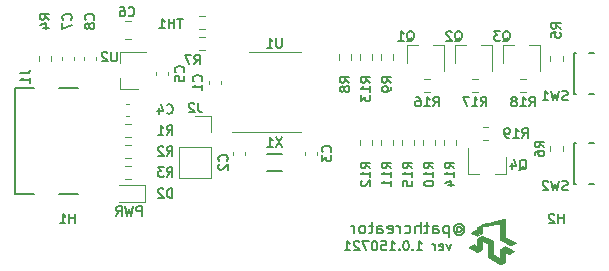
<source format=gbo>
G04 #@! TF.GenerationSoftware,KiCad,Pcbnew,(5.1.10)-1*
G04 #@! TF.CreationDate,2021-07-15T16:55:59+03:00*
G04 #@! TF.ProjectId,clock,636c6f63-6b2e-46b6-9963-61645f706362,rev?*
G04 #@! TF.SameCoordinates,Original*
G04 #@! TF.FileFunction,Legend,Bot*
G04 #@! TF.FilePolarity,Positive*
%FSLAX46Y46*%
G04 Gerber Fmt 4.6, Leading zero omitted, Abs format (unit mm)*
G04 Created by KiCad (PCBNEW (5.1.10)-1) date 2021-07-15 16:55:59*
%MOMM*%
%LPD*%
G01*
G04 APERTURE LIST*
%ADD10C,0.153000*%
%ADD11C,0.010000*%
%ADD12C,0.120000*%
%ADD13O,1.700000X1.700000*%
%ADD14R,1.700000X1.700000*%
%ADD15R,0.800000X0.900000*%
%ADD16R,0.900000X0.800000*%
%ADD17C,1.524000*%
%ADD18R,1.524000X1.524000*%
%ADD19R,1.000000X1.800000*%
%ADD20C,0.600000*%
%ADD21R,0.900000X1.225000*%
%ADD22O,1.700000X1.100000*%
%ADD23R,1.200000X0.800000*%
%ADD24R,1.200000X0.760000*%
%ADD25R,1.200000X0.700000*%
%ADD26C,5.400000*%
%ADD27C,0.800000*%
G04 APERTURE END LIST*
D10*
X63023238Y-38457190D02*
X63070857Y-38409571D01*
X63166095Y-38361952D01*
X63261333Y-38361952D01*
X63356571Y-38409571D01*
X63404190Y-38457190D01*
X63451809Y-38552428D01*
X63451809Y-38647666D01*
X63404190Y-38742904D01*
X63356571Y-38790523D01*
X63261333Y-38838142D01*
X63166095Y-38838142D01*
X63070857Y-38790523D01*
X63023238Y-38742904D01*
X63023238Y-38361952D02*
X63023238Y-38742904D01*
X62975619Y-38790523D01*
X62928000Y-38790523D01*
X62832761Y-38742904D01*
X62785142Y-38647666D01*
X62785142Y-38409571D01*
X62880380Y-38266714D01*
X63023238Y-38171476D01*
X63213714Y-38123857D01*
X63404190Y-38171476D01*
X63547047Y-38266714D01*
X63642285Y-38409571D01*
X63689904Y-38600047D01*
X63642285Y-38790523D01*
X63547047Y-38933380D01*
X63404190Y-39028619D01*
X63213714Y-39076238D01*
X63023238Y-39028619D01*
X62880380Y-38933380D01*
X62356571Y-38266714D02*
X62356571Y-39266714D01*
X62356571Y-38314333D02*
X62261333Y-38266714D01*
X62070857Y-38266714D01*
X61975619Y-38314333D01*
X61927999Y-38361952D01*
X61880380Y-38457190D01*
X61880380Y-38742904D01*
X61927999Y-38838142D01*
X61975619Y-38885761D01*
X62070857Y-38933380D01*
X62261333Y-38933380D01*
X62356571Y-38885761D01*
X61023238Y-38933380D02*
X61023238Y-38409571D01*
X61070857Y-38314333D01*
X61166095Y-38266714D01*
X61356571Y-38266714D01*
X61451809Y-38314333D01*
X61023238Y-38885761D02*
X61118476Y-38933380D01*
X61356571Y-38933380D01*
X61451809Y-38885761D01*
X61499428Y-38790523D01*
X61499428Y-38695285D01*
X61451809Y-38600047D01*
X61356571Y-38552428D01*
X61118476Y-38552428D01*
X61023238Y-38504809D01*
X60689904Y-38266714D02*
X60308952Y-38266714D01*
X60547047Y-37933380D02*
X60547047Y-38790523D01*
X60499428Y-38885761D01*
X60404190Y-38933380D01*
X60308952Y-38933380D01*
X59975619Y-38933380D02*
X59975619Y-37933380D01*
X59547047Y-38933380D02*
X59547047Y-38409571D01*
X59594666Y-38314333D01*
X59689904Y-38266714D01*
X59832761Y-38266714D01*
X59928000Y-38314333D01*
X59975619Y-38361952D01*
X58642285Y-38885761D02*
X58737523Y-38933380D01*
X58928000Y-38933380D01*
X59023238Y-38885761D01*
X59070857Y-38838142D01*
X59118476Y-38742904D01*
X59118476Y-38457190D01*
X59070857Y-38361952D01*
X59023238Y-38314333D01*
X58928000Y-38266714D01*
X58737523Y-38266714D01*
X58642285Y-38314333D01*
X58213714Y-38933380D02*
X58213714Y-38266714D01*
X58213714Y-38457190D02*
X58166095Y-38361952D01*
X58118476Y-38314333D01*
X58023238Y-38266714D01*
X57927999Y-38266714D01*
X57213714Y-38885761D02*
X57308952Y-38933380D01*
X57499428Y-38933380D01*
X57594666Y-38885761D01*
X57642285Y-38790523D01*
X57642285Y-38409571D01*
X57594666Y-38314333D01*
X57499428Y-38266714D01*
X57308952Y-38266714D01*
X57213714Y-38314333D01*
X57166095Y-38409571D01*
X57166095Y-38504809D01*
X57642285Y-38600047D01*
X56308952Y-38933380D02*
X56308952Y-38409571D01*
X56356571Y-38314333D01*
X56451809Y-38266714D01*
X56642285Y-38266714D01*
X56737523Y-38314333D01*
X56308952Y-38885761D02*
X56404190Y-38933380D01*
X56642285Y-38933380D01*
X56737523Y-38885761D01*
X56785142Y-38790523D01*
X56785142Y-38695285D01*
X56737523Y-38600047D01*
X56642285Y-38552428D01*
X56404190Y-38552428D01*
X56308952Y-38504809D01*
X55975619Y-38266714D02*
X55594666Y-38266714D01*
X55832761Y-37933380D02*
X55832761Y-38790523D01*
X55785142Y-38885761D01*
X55689904Y-38933380D01*
X55594666Y-38933380D01*
X55118476Y-38933380D02*
X55213714Y-38885761D01*
X55261333Y-38838142D01*
X55308952Y-38742904D01*
X55308952Y-38457190D01*
X55261333Y-38361952D01*
X55213714Y-38314333D01*
X55118476Y-38266714D01*
X54975619Y-38266714D01*
X54880380Y-38314333D01*
X54832761Y-38361952D01*
X54785142Y-38457190D01*
X54785142Y-38742904D01*
X54832761Y-38838142D01*
X54880380Y-38885761D01*
X54975619Y-38933380D01*
X55118476Y-38933380D01*
X54356571Y-38933380D02*
X54356571Y-38266714D01*
X54356571Y-38457190D02*
X54308952Y-38361952D01*
X54261333Y-38314333D01*
X54166095Y-38266714D01*
X54070857Y-38266714D01*
X62553285Y-39833571D02*
X62362809Y-40366904D01*
X62172333Y-39833571D01*
X61562809Y-40328809D02*
X61639000Y-40366904D01*
X61791380Y-40366904D01*
X61867571Y-40328809D01*
X61905666Y-40252619D01*
X61905666Y-39947857D01*
X61867571Y-39871666D01*
X61791380Y-39833571D01*
X61639000Y-39833571D01*
X61562809Y-39871666D01*
X61524714Y-39947857D01*
X61524714Y-40024047D01*
X61905666Y-40100238D01*
X61181857Y-40366904D02*
X61181857Y-39833571D01*
X61181857Y-39985952D02*
X61143761Y-39909761D01*
X61105666Y-39871666D01*
X61029476Y-39833571D01*
X60953285Y-39833571D01*
X59658047Y-40366904D02*
X60115190Y-40366904D01*
X59886619Y-40366904D02*
X59886619Y-39566904D01*
X59962809Y-39681190D01*
X60039000Y-39757380D01*
X60115190Y-39795476D01*
X59315190Y-40290714D02*
X59277095Y-40328809D01*
X59315190Y-40366904D01*
X59353285Y-40328809D01*
X59315190Y-40290714D01*
X59315190Y-40366904D01*
X58781857Y-39566904D02*
X58705666Y-39566904D01*
X58629476Y-39605000D01*
X58591380Y-39643095D01*
X58553285Y-39719285D01*
X58515190Y-39871666D01*
X58515190Y-40062142D01*
X58553285Y-40214523D01*
X58591380Y-40290714D01*
X58629476Y-40328809D01*
X58705666Y-40366904D01*
X58781857Y-40366904D01*
X58858047Y-40328809D01*
X58896142Y-40290714D01*
X58934238Y-40214523D01*
X58972333Y-40062142D01*
X58972333Y-39871666D01*
X58934238Y-39719285D01*
X58896142Y-39643095D01*
X58858047Y-39605000D01*
X58781857Y-39566904D01*
X58172333Y-40290714D02*
X58134238Y-40328809D01*
X58172333Y-40366904D01*
X58210428Y-40328809D01*
X58172333Y-40290714D01*
X58172333Y-40366904D01*
X57372333Y-40366904D02*
X57829476Y-40366904D01*
X57600904Y-40366904D02*
X57600904Y-39566904D01*
X57677095Y-39681190D01*
X57753285Y-39757380D01*
X57829476Y-39795476D01*
X56648523Y-39566904D02*
X57029476Y-39566904D01*
X57067571Y-39947857D01*
X57029476Y-39909761D01*
X56953285Y-39871666D01*
X56762809Y-39871666D01*
X56686619Y-39909761D01*
X56648523Y-39947857D01*
X56610428Y-40024047D01*
X56610428Y-40214523D01*
X56648523Y-40290714D01*
X56686619Y-40328809D01*
X56762809Y-40366904D01*
X56953285Y-40366904D01*
X57029476Y-40328809D01*
X57067571Y-40290714D01*
X56115190Y-39566904D02*
X56039000Y-39566904D01*
X55962809Y-39605000D01*
X55924714Y-39643095D01*
X55886619Y-39719285D01*
X55848523Y-39871666D01*
X55848523Y-40062142D01*
X55886619Y-40214523D01*
X55924714Y-40290714D01*
X55962809Y-40328809D01*
X56039000Y-40366904D01*
X56115190Y-40366904D01*
X56191380Y-40328809D01*
X56229476Y-40290714D01*
X56267571Y-40214523D01*
X56305666Y-40062142D01*
X56305666Y-39871666D01*
X56267571Y-39719285D01*
X56229476Y-39643095D01*
X56191380Y-39605000D01*
X56115190Y-39566904D01*
X55581857Y-39566904D02*
X55048523Y-39566904D01*
X55391380Y-40366904D01*
X54781857Y-39643095D02*
X54743761Y-39605000D01*
X54667571Y-39566904D01*
X54477095Y-39566904D01*
X54400904Y-39605000D01*
X54362809Y-39643095D01*
X54324714Y-39719285D01*
X54324714Y-39795476D01*
X54362809Y-39909761D01*
X54819952Y-40366904D01*
X54324714Y-40366904D01*
X53562809Y-40366904D02*
X54019952Y-40366904D01*
X53791380Y-40366904D02*
X53791380Y-39566904D01*
X53867571Y-39681190D01*
X53943761Y-39757380D01*
X54019952Y-39795476D01*
X36372666Y-37445904D02*
X36372666Y-36645904D01*
X36067904Y-36645904D01*
X35991714Y-36684000D01*
X35953619Y-36722095D01*
X35915523Y-36798285D01*
X35915523Y-36912571D01*
X35953619Y-36988761D01*
X35991714Y-37026857D01*
X36067904Y-37064952D01*
X36372666Y-37064952D01*
X35648857Y-36645904D02*
X35458380Y-37445904D01*
X35306000Y-36874476D01*
X35153619Y-37445904D01*
X34963142Y-36645904D01*
X34201238Y-37445904D02*
X34467904Y-37064952D01*
X34658380Y-37445904D02*
X34658380Y-36645904D01*
X34353619Y-36645904D01*
X34277428Y-36684000D01*
X34239333Y-36722095D01*
X34201238Y-36798285D01*
X34201238Y-36912571D01*
X34239333Y-36988761D01*
X34277428Y-37026857D01*
X34353619Y-37064952D01*
X34658380Y-37064952D01*
D11*
G36*
X67124945Y-37688981D02*
G01*
X67119999Y-37690191D01*
X67111949Y-37692177D01*
X67100887Y-37694916D01*
X67086903Y-37698387D01*
X67070088Y-37702567D01*
X67050533Y-37707432D01*
X67028330Y-37712960D01*
X67003568Y-37719129D01*
X66976338Y-37725915D01*
X66946733Y-37733296D01*
X66914842Y-37741250D01*
X66880757Y-37749753D01*
X66844568Y-37758784D01*
X66806366Y-37768318D01*
X66766243Y-37778334D01*
X66724288Y-37788809D01*
X66680594Y-37799720D01*
X66635251Y-37811045D01*
X66588350Y-37822761D01*
X66539982Y-37834844D01*
X66490237Y-37847274D01*
X66439207Y-37860025D01*
X66386983Y-37873077D01*
X66333655Y-37886407D01*
X66279314Y-37899991D01*
X66224052Y-37913807D01*
X66167959Y-37927832D01*
X66157617Y-37930418D01*
X65190655Y-38172214D01*
X64989649Y-38292822D01*
X64788644Y-38413431D01*
X64787780Y-38724607D01*
X64709040Y-38690790D01*
X64693593Y-38684196D01*
X64679015Y-38678051D01*
X64665615Y-38672478D01*
X64653703Y-38667605D01*
X64643586Y-38663554D01*
X64635575Y-38660451D01*
X64629978Y-38658421D01*
X64627105Y-38657589D01*
X64626859Y-38657581D01*
X64625049Y-38658501D01*
X64620559Y-38661038D01*
X64613592Y-38665070D01*
X64604351Y-38670477D01*
X64593037Y-38677136D01*
X64579854Y-38684927D01*
X64565004Y-38693728D01*
X64548689Y-38703418D01*
X64531113Y-38713875D01*
X64512478Y-38724979D01*
X64492987Y-38736607D01*
X64472842Y-38748639D01*
X64452246Y-38760952D01*
X64431401Y-38773427D01*
X64410510Y-38785940D01*
X64389776Y-38798372D01*
X64369402Y-38810601D01*
X64349589Y-38822504D01*
X64330541Y-38833962D01*
X64312460Y-38844853D01*
X64295549Y-38855054D01*
X64280010Y-38864446D01*
X64266046Y-38872906D01*
X64253860Y-38880314D01*
X64243654Y-38886547D01*
X64235630Y-38891485D01*
X64229993Y-38895007D01*
X64226943Y-38896990D01*
X64226440Y-38897390D01*
X64227971Y-38898153D01*
X64232461Y-38900180D01*
X64239754Y-38903406D01*
X64249696Y-38907763D01*
X64262132Y-38913183D01*
X64276906Y-38919600D01*
X64293863Y-38926947D01*
X64312849Y-38935157D01*
X64333708Y-38944163D01*
X64356286Y-38953898D01*
X64380426Y-38964294D01*
X64405975Y-38975285D01*
X64432777Y-38986804D01*
X64460677Y-38998784D01*
X64489521Y-39011158D01*
X64507790Y-39018989D01*
X64789141Y-39139566D01*
X64990332Y-39018987D01*
X65191524Y-38898407D01*
X65191582Y-38621223D01*
X65191600Y-38582882D01*
X65191637Y-38547131D01*
X65191693Y-38514035D01*
X65191767Y-38483659D01*
X65191859Y-38456067D01*
X65191969Y-38431323D01*
X65192095Y-38409492D01*
X65192239Y-38390639D01*
X65192399Y-38374827D01*
X65192574Y-38362122D01*
X65192766Y-38352588D01*
X65192972Y-38346288D01*
X65193194Y-38343288D01*
X65193275Y-38343030D01*
X65195002Y-38342692D01*
X65199938Y-38341793D01*
X65207956Y-38340355D01*
X65218927Y-38338401D01*
X65232726Y-38335952D01*
X65249223Y-38333032D01*
X65268293Y-38329662D01*
X65289808Y-38325865D01*
X65313640Y-38321663D01*
X65339663Y-38317079D01*
X65367748Y-38312134D01*
X65397769Y-38306851D01*
X65429598Y-38301253D01*
X65463108Y-38295361D01*
X65498172Y-38289198D01*
X65534662Y-38282787D01*
X65572451Y-38276149D01*
X65611412Y-38269307D01*
X65651417Y-38262284D01*
X65692339Y-38255101D01*
X65734051Y-38247781D01*
X65776425Y-38240346D01*
X65819334Y-38232819D01*
X65862652Y-38225221D01*
X65906249Y-38217576D01*
X65950000Y-38209906D01*
X65993777Y-38202232D01*
X66037452Y-38194577D01*
X66080898Y-38186964D01*
X66123988Y-38179415D01*
X66166595Y-38171951D01*
X66208591Y-38164597D01*
X66249850Y-38157373D01*
X66290242Y-38150301D01*
X66329642Y-38143406D01*
X66367922Y-38136708D01*
X66404955Y-38130230D01*
X66440613Y-38123994D01*
X66474770Y-38118023D01*
X66507297Y-38112339D01*
X66538067Y-38106965D01*
X66566954Y-38101922D01*
X66593829Y-38097233D01*
X66618566Y-38092920D01*
X66641037Y-38089005D01*
X66661115Y-38085512D01*
X66678672Y-38082462D01*
X66693582Y-38079877D01*
X66705716Y-38077780D01*
X66714949Y-38076193D01*
X66721151Y-38075139D01*
X66724197Y-38074640D01*
X66724498Y-38074600D01*
X66724588Y-38076275D01*
X66724677Y-38081224D01*
X66724765Y-38089336D01*
X66724850Y-38100498D01*
X66724933Y-38114600D01*
X66725013Y-38131527D01*
X66725091Y-38151169D01*
X66725166Y-38173413D01*
X66725237Y-38198148D01*
X66725306Y-38225262D01*
X66725371Y-38254641D01*
X66725432Y-38286175D01*
X66725489Y-38319751D01*
X66725542Y-38355258D01*
X66725591Y-38392582D01*
X66725635Y-38431613D01*
X66725675Y-38472238D01*
X66725709Y-38514345D01*
X66725738Y-38557823D01*
X66725762Y-38602558D01*
X66725780Y-38648439D01*
X66725793Y-38695355D01*
X66725799Y-38743192D01*
X66725800Y-38767999D01*
X66725800Y-39461398D01*
X66732150Y-39465335D01*
X66734485Y-39466672D01*
X66739619Y-39469531D01*
X66747409Y-39473834D01*
X66757714Y-39479503D01*
X66770393Y-39486462D01*
X66785302Y-39494634D01*
X66802302Y-39503941D01*
X66821249Y-39514305D01*
X66842003Y-39525651D01*
X66864421Y-39537900D01*
X66888362Y-39550975D01*
X66913685Y-39564800D01*
X66940246Y-39579296D01*
X66967906Y-39594388D01*
X66996521Y-39609997D01*
X67025950Y-39626046D01*
X67056052Y-39642458D01*
X67086685Y-39659157D01*
X67117707Y-39676064D01*
X67148977Y-39693102D01*
X67180352Y-39710195D01*
X67211690Y-39727266D01*
X67242852Y-39744236D01*
X67273693Y-39761029D01*
X67304073Y-39777567D01*
X67333851Y-39793774D01*
X67362884Y-39809571D01*
X67391030Y-39824883D01*
X67418148Y-39839632D01*
X67444097Y-39853740D01*
X67468733Y-39867130D01*
X67491917Y-39879725D01*
X67513506Y-39891449D01*
X67533357Y-39902223D01*
X67551331Y-39911970D01*
X67567284Y-39920614D01*
X67581076Y-39928077D01*
X67592564Y-39934282D01*
X67601606Y-39939151D01*
X67608062Y-39942608D01*
X67611789Y-39944575D01*
X67612703Y-39945026D01*
X67614522Y-39944250D01*
X67619102Y-39941799D01*
X67626309Y-39937753D01*
X67636007Y-39932192D01*
X67648061Y-39925195D01*
X67662336Y-39916841D01*
X67678697Y-39907211D01*
X67697007Y-39896383D01*
X67717133Y-39884438D01*
X67738939Y-39871455D01*
X67762290Y-39857514D01*
X67787050Y-39842695D01*
X67813084Y-39827076D01*
X67816036Y-39825303D01*
X68016426Y-39704921D01*
X68011616Y-39702048D01*
X68009751Y-39701011D01*
X68005030Y-39698416D01*
X67997571Y-39694329D01*
X67987490Y-39688813D01*
X67974907Y-39681932D01*
X67959937Y-39673751D01*
X67942700Y-39664334D01*
X67923311Y-39653745D01*
X67901890Y-39642048D01*
X67878553Y-39629307D01*
X67853417Y-39615587D01*
X67826601Y-39600951D01*
X67798222Y-39585464D01*
X67768398Y-39569190D01*
X67737245Y-39552193D01*
X67704882Y-39534538D01*
X67671426Y-39516288D01*
X67636995Y-39497507D01*
X67601705Y-39478260D01*
X67567810Y-39459775D01*
X67128813Y-39220375D01*
X67128813Y-38454447D01*
X67128812Y-38391667D01*
X67128807Y-38332194D01*
X67128798Y-38275950D01*
X67128786Y-38222856D01*
X67128769Y-38172833D01*
X67128748Y-38125803D01*
X67128723Y-38081687D01*
X67128694Y-38040406D01*
X67128659Y-38001880D01*
X67128619Y-37966032D01*
X67128574Y-37932782D01*
X67128523Y-37902052D01*
X67128467Y-37873762D01*
X67128404Y-37847834D01*
X67128335Y-37824190D01*
X67128260Y-37802749D01*
X67128179Y-37783434D01*
X67128090Y-37766165D01*
X67127994Y-37750864D01*
X67127891Y-37737452D01*
X67127781Y-37725850D01*
X67127662Y-37715979D01*
X67127536Y-37707760D01*
X67127402Y-37701115D01*
X67127259Y-37695965D01*
X67127108Y-37692231D01*
X67126948Y-37689833D01*
X67126778Y-37688694D01*
X67126696Y-37688571D01*
X67124945Y-37688981D01*
G37*
X67124945Y-37688981D02*
X67119999Y-37690191D01*
X67111949Y-37692177D01*
X67100887Y-37694916D01*
X67086903Y-37698387D01*
X67070088Y-37702567D01*
X67050533Y-37707432D01*
X67028330Y-37712960D01*
X67003568Y-37719129D01*
X66976338Y-37725915D01*
X66946733Y-37733296D01*
X66914842Y-37741250D01*
X66880757Y-37749753D01*
X66844568Y-37758784D01*
X66806366Y-37768318D01*
X66766243Y-37778334D01*
X66724288Y-37788809D01*
X66680594Y-37799720D01*
X66635251Y-37811045D01*
X66588350Y-37822761D01*
X66539982Y-37834844D01*
X66490237Y-37847274D01*
X66439207Y-37860025D01*
X66386983Y-37873077D01*
X66333655Y-37886407D01*
X66279314Y-37899991D01*
X66224052Y-37913807D01*
X66167959Y-37927832D01*
X66157617Y-37930418D01*
X65190655Y-38172214D01*
X64989649Y-38292822D01*
X64788644Y-38413431D01*
X64787780Y-38724607D01*
X64709040Y-38690790D01*
X64693593Y-38684196D01*
X64679015Y-38678051D01*
X64665615Y-38672478D01*
X64653703Y-38667605D01*
X64643586Y-38663554D01*
X64635575Y-38660451D01*
X64629978Y-38658421D01*
X64627105Y-38657589D01*
X64626859Y-38657581D01*
X64625049Y-38658501D01*
X64620559Y-38661038D01*
X64613592Y-38665070D01*
X64604351Y-38670477D01*
X64593037Y-38677136D01*
X64579854Y-38684927D01*
X64565004Y-38693728D01*
X64548689Y-38703418D01*
X64531113Y-38713875D01*
X64512478Y-38724979D01*
X64492987Y-38736607D01*
X64472842Y-38748639D01*
X64452246Y-38760952D01*
X64431401Y-38773427D01*
X64410510Y-38785940D01*
X64389776Y-38798372D01*
X64369402Y-38810601D01*
X64349589Y-38822504D01*
X64330541Y-38833962D01*
X64312460Y-38844853D01*
X64295549Y-38855054D01*
X64280010Y-38864446D01*
X64266046Y-38872906D01*
X64253860Y-38880314D01*
X64243654Y-38886547D01*
X64235630Y-38891485D01*
X64229993Y-38895007D01*
X64226943Y-38896990D01*
X64226440Y-38897390D01*
X64227971Y-38898153D01*
X64232461Y-38900180D01*
X64239754Y-38903406D01*
X64249696Y-38907763D01*
X64262132Y-38913183D01*
X64276906Y-38919600D01*
X64293863Y-38926947D01*
X64312849Y-38935157D01*
X64333708Y-38944163D01*
X64356286Y-38953898D01*
X64380426Y-38964294D01*
X64405975Y-38975285D01*
X64432777Y-38986804D01*
X64460677Y-38998784D01*
X64489521Y-39011158D01*
X64507790Y-39018989D01*
X64789141Y-39139566D01*
X64990332Y-39018987D01*
X65191524Y-38898407D01*
X65191582Y-38621223D01*
X65191600Y-38582882D01*
X65191637Y-38547131D01*
X65191693Y-38514035D01*
X65191767Y-38483659D01*
X65191859Y-38456067D01*
X65191969Y-38431323D01*
X65192095Y-38409492D01*
X65192239Y-38390639D01*
X65192399Y-38374827D01*
X65192574Y-38362122D01*
X65192766Y-38352588D01*
X65192972Y-38346288D01*
X65193194Y-38343288D01*
X65193275Y-38343030D01*
X65195002Y-38342692D01*
X65199938Y-38341793D01*
X65207956Y-38340355D01*
X65218927Y-38338401D01*
X65232726Y-38335952D01*
X65249223Y-38333032D01*
X65268293Y-38329662D01*
X65289808Y-38325865D01*
X65313640Y-38321663D01*
X65339663Y-38317079D01*
X65367748Y-38312134D01*
X65397769Y-38306851D01*
X65429598Y-38301253D01*
X65463108Y-38295361D01*
X65498172Y-38289198D01*
X65534662Y-38282787D01*
X65572451Y-38276149D01*
X65611412Y-38269307D01*
X65651417Y-38262284D01*
X65692339Y-38255101D01*
X65734051Y-38247781D01*
X65776425Y-38240346D01*
X65819334Y-38232819D01*
X65862652Y-38225221D01*
X65906249Y-38217576D01*
X65950000Y-38209906D01*
X65993777Y-38202232D01*
X66037452Y-38194577D01*
X66080898Y-38186964D01*
X66123988Y-38179415D01*
X66166595Y-38171951D01*
X66208591Y-38164597D01*
X66249850Y-38157373D01*
X66290242Y-38150301D01*
X66329642Y-38143406D01*
X66367922Y-38136708D01*
X66404955Y-38130230D01*
X66440613Y-38123994D01*
X66474770Y-38118023D01*
X66507297Y-38112339D01*
X66538067Y-38106965D01*
X66566954Y-38101922D01*
X66593829Y-38097233D01*
X66618566Y-38092920D01*
X66641037Y-38089005D01*
X66661115Y-38085512D01*
X66678672Y-38082462D01*
X66693582Y-38079877D01*
X66705716Y-38077780D01*
X66714949Y-38076193D01*
X66721151Y-38075139D01*
X66724197Y-38074640D01*
X66724498Y-38074600D01*
X66724588Y-38076275D01*
X66724677Y-38081224D01*
X66724765Y-38089336D01*
X66724850Y-38100498D01*
X66724933Y-38114600D01*
X66725013Y-38131527D01*
X66725091Y-38151169D01*
X66725166Y-38173413D01*
X66725237Y-38198148D01*
X66725306Y-38225262D01*
X66725371Y-38254641D01*
X66725432Y-38286175D01*
X66725489Y-38319751D01*
X66725542Y-38355258D01*
X66725591Y-38392582D01*
X66725635Y-38431613D01*
X66725675Y-38472238D01*
X66725709Y-38514345D01*
X66725738Y-38557823D01*
X66725762Y-38602558D01*
X66725780Y-38648439D01*
X66725793Y-38695355D01*
X66725799Y-38743192D01*
X66725800Y-38767999D01*
X66725800Y-39461398D01*
X66732150Y-39465335D01*
X66734485Y-39466672D01*
X66739619Y-39469531D01*
X66747409Y-39473834D01*
X66757714Y-39479503D01*
X66770393Y-39486462D01*
X66785302Y-39494634D01*
X66802302Y-39503941D01*
X66821249Y-39514305D01*
X66842003Y-39525651D01*
X66864421Y-39537900D01*
X66888362Y-39550975D01*
X66913685Y-39564800D01*
X66940246Y-39579296D01*
X66967906Y-39594388D01*
X66996521Y-39609997D01*
X67025950Y-39626046D01*
X67056052Y-39642458D01*
X67086685Y-39659157D01*
X67117707Y-39676064D01*
X67148977Y-39693102D01*
X67180352Y-39710195D01*
X67211690Y-39727266D01*
X67242852Y-39744236D01*
X67273693Y-39761029D01*
X67304073Y-39777567D01*
X67333851Y-39793774D01*
X67362884Y-39809571D01*
X67391030Y-39824883D01*
X67418148Y-39839632D01*
X67444097Y-39853740D01*
X67468733Y-39867130D01*
X67491917Y-39879725D01*
X67513506Y-39891449D01*
X67533357Y-39902223D01*
X67551331Y-39911970D01*
X67567284Y-39920614D01*
X67581076Y-39928077D01*
X67592564Y-39934282D01*
X67601606Y-39939151D01*
X67608062Y-39942608D01*
X67611789Y-39944575D01*
X67612703Y-39945026D01*
X67614522Y-39944250D01*
X67619102Y-39941799D01*
X67626309Y-39937753D01*
X67636007Y-39932192D01*
X67648061Y-39925195D01*
X67662336Y-39916841D01*
X67678697Y-39907211D01*
X67697007Y-39896383D01*
X67717133Y-39884438D01*
X67738939Y-39871455D01*
X67762290Y-39857514D01*
X67787050Y-39842695D01*
X67813084Y-39827076D01*
X67816036Y-39825303D01*
X68016426Y-39704921D01*
X68011616Y-39702048D01*
X68009751Y-39701011D01*
X68005030Y-39698416D01*
X67997571Y-39694329D01*
X67987490Y-39688813D01*
X67974907Y-39681932D01*
X67959937Y-39673751D01*
X67942700Y-39664334D01*
X67923311Y-39653745D01*
X67901890Y-39642048D01*
X67878553Y-39629307D01*
X67853417Y-39615587D01*
X67826601Y-39600951D01*
X67798222Y-39585464D01*
X67768398Y-39569190D01*
X67737245Y-39552193D01*
X67704882Y-39534538D01*
X67671426Y-39516288D01*
X67636995Y-39497507D01*
X67601705Y-39478260D01*
X67567810Y-39459775D01*
X67128813Y-39220375D01*
X67128813Y-38454447D01*
X67128812Y-38391667D01*
X67128807Y-38332194D01*
X67128798Y-38275950D01*
X67128786Y-38222856D01*
X67128769Y-38172833D01*
X67128748Y-38125803D01*
X67128723Y-38081687D01*
X67128694Y-38040406D01*
X67128659Y-38001880D01*
X67128619Y-37966032D01*
X67128574Y-37932782D01*
X67128523Y-37902052D01*
X67128467Y-37873762D01*
X67128404Y-37847834D01*
X67128335Y-37824190D01*
X67128260Y-37802749D01*
X67128179Y-37783434D01*
X67128090Y-37766165D01*
X67127994Y-37750864D01*
X67127891Y-37737452D01*
X67127781Y-37725850D01*
X67127662Y-37715979D01*
X67127536Y-37707760D01*
X67127402Y-37701115D01*
X67127259Y-37695965D01*
X67127108Y-37692231D01*
X67126948Y-37689833D01*
X67126778Y-37688694D01*
X67126696Y-37688571D01*
X67124945Y-37688981D01*
G36*
X65190797Y-39141692D02*
G01*
X65186415Y-39144193D01*
X65179465Y-39148242D01*
X65170114Y-39153737D01*
X65158529Y-39160579D01*
X65144878Y-39168670D01*
X65129326Y-39177910D01*
X65112042Y-39188200D01*
X65093193Y-39199439D01*
X65072945Y-39211529D01*
X65051466Y-39224371D01*
X65028923Y-39237865D01*
X65005484Y-39251912D01*
X64989616Y-39261429D01*
X64788635Y-39382023D01*
X64788207Y-39713554D01*
X64787780Y-40045085D01*
X64626941Y-39955722D01*
X64466103Y-39866359D01*
X64460995Y-39869492D01*
X64458945Y-39870730D01*
X64454165Y-39873606D01*
X64446827Y-39878015D01*
X64437103Y-39883856D01*
X64425168Y-39891022D01*
X64411194Y-39899411D01*
X64395355Y-39908919D01*
X64377823Y-39919441D01*
X64358772Y-39930873D01*
X64338375Y-39943113D01*
X64316804Y-39956056D01*
X64294234Y-39969597D01*
X64270837Y-39983634D01*
X64259711Y-39990308D01*
X64231894Y-40006997D01*
X64206841Y-40022034D01*
X64184411Y-40035508D01*
X64164464Y-40047505D01*
X64146858Y-40058115D01*
X64131452Y-40067426D01*
X64118106Y-40075525D01*
X64106679Y-40082501D01*
X64097029Y-40088442D01*
X64089015Y-40093437D01*
X64082497Y-40097572D01*
X64077334Y-40100938D01*
X64073384Y-40103621D01*
X64070507Y-40105709D01*
X64068562Y-40107292D01*
X64067407Y-40108457D01*
X64066902Y-40109293D01*
X64066906Y-40109887D01*
X64067277Y-40110327D01*
X64067518Y-40110494D01*
X64069341Y-40111532D01*
X64073995Y-40114142D01*
X64081352Y-40118253D01*
X64091283Y-40123791D01*
X64103657Y-40130686D01*
X64118347Y-40138866D01*
X64135223Y-40148258D01*
X64154156Y-40158791D01*
X64175016Y-40170393D01*
X64197674Y-40182992D01*
X64222002Y-40196517D01*
X64247869Y-40210894D01*
X64275147Y-40226054D01*
X64303707Y-40241923D01*
X64333419Y-40258430D01*
X64364155Y-40275504D01*
X64395784Y-40293071D01*
X64428178Y-40311061D01*
X64430446Y-40312320D01*
X64471452Y-40335085D01*
X64509581Y-40356238D01*
X64544908Y-40375821D01*
X64577510Y-40393877D01*
X64607465Y-40410448D01*
X64634850Y-40425575D01*
X64659742Y-40439301D01*
X64682217Y-40451669D01*
X64702352Y-40462719D01*
X64720226Y-40472495D01*
X64735914Y-40481038D01*
X64749494Y-40488391D01*
X64761042Y-40494595D01*
X64770636Y-40499693D01*
X64778353Y-40503727D01*
X64784270Y-40506739D01*
X64788463Y-40508771D01*
X64791010Y-40509866D01*
X64791972Y-40510076D01*
X64793710Y-40509032D01*
X64798183Y-40506347D01*
X64805222Y-40502123D01*
X64814659Y-40496461D01*
X64826322Y-40489464D01*
X64840044Y-40481232D01*
X64855656Y-40471868D01*
X64872988Y-40461471D01*
X64891871Y-40450145D01*
X64912136Y-40437990D01*
X64933613Y-40425108D01*
X64956134Y-40411600D01*
X64979529Y-40397568D01*
X64993096Y-40389431D01*
X65191640Y-40270353D01*
X65191640Y-39918390D01*
X65191645Y-39875180D01*
X65191659Y-39835262D01*
X65191685Y-39798541D01*
X65191721Y-39764920D01*
X65191769Y-39734305D01*
X65191829Y-39706602D01*
X65191901Y-39681713D01*
X65191987Y-39659546D01*
X65192086Y-39640003D01*
X65192199Y-39622991D01*
X65192327Y-39608413D01*
X65192470Y-39596175D01*
X65192629Y-39586182D01*
X65192805Y-39578339D01*
X65192997Y-39572549D01*
X65193206Y-39568718D01*
X65193433Y-39566752D01*
X65193582Y-39566427D01*
X65195316Y-39567116D01*
X65199965Y-39569133D01*
X65207363Y-39572404D01*
X65217343Y-39576852D01*
X65229739Y-39582403D01*
X65244382Y-39588982D01*
X65261108Y-39596512D01*
X65279748Y-39604920D01*
X65300137Y-39614130D01*
X65322107Y-39624067D01*
X65345492Y-39634655D01*
X65370124Y-39645820D01*
X65395838Y-39657486D01*
X65422467Y-39669577D01*
X65436575Y-39675988D01*
X65677626Y-39785550D01*
X65677626Y-40915625D01*
X66201290Y-41237797D01*
X66239988Y-41261604D01*
X66277948Y-41284957D01*
X66315068Y-41307792D01*
X66351247Y-41330047D01*
X66386383Y-41351660D01*
X66420375Y-41372568D01*
X66453121Y-41392709D01*
X66484520Y-41412021D01*
X66514470Y-41430440D01*
X66542870Y-41447905D01*
X66569617Y-41464353D01*
X66594611Y-41479721D01*
X66617750Y-41493948D01*
X66638932Y-41506970D01*
X66658056Y-41518725D01*
X66675020Y-41529152D01*
X66689723Y-41538187D01*
X66702063Y-41545767D01*
X66711939Y-41551832D01*
X66719249Y-41556317D01*
X66723891Y-41559161D01*
X66725765Y-41560301D01*
X66725800Y-41560321D01*
X66727326Y-41559508D01*
X66731587Y-41557048D01*
X66738419Y-41553040D01*
X66747655Y-41547585D01*
X66759128Y-41540780D01*
X66772673Y-41532725D01*
X66788123Y-41523519D01*
X66805312Y-41513261D01*
X66824075Y-41502050D01*
X66844244Y-41489985D01*
X66865654Y-41477164D01*
X66888139Y-41463688D01*
X66911532Y-41449656D01*
X66927306Y-41440187D01*
X67127966Y-41319699D01*
X67128393Y-40906856D01*
X67128441Y-40862350D01*
X67128489Y-40821109D01*
X67128539Y-40783013D01*
X67128590Y-40747941D01*
X67128645Y-40715771D01*
X67128704Y-40686382D01*
X67128767Y-40659654D01*
X67128836Y-40635465D01*
X67128912Y-40613694D01*
X67128995Y-40594221D01*
X67129087Y-40576924D01*
X67129187Y-40561683D01*
X67129298Y-40548375D01*
X67129420Y-40536881D01*
X67129553Y-40527078D01*
X67129699Y-40518847D01*
X67129858Y-40512066D01*
X67130032Y-40506614D01*
X67130221Y-40502370D01*
X67130426Y-40499212D01*
X67130648Y-40497021D01*
X67130888Y-40495674D01*
X67131147Y-40495051D01*
X67131349Y-40494984D01*
X67133143Y-40495923D01*
X67137702Y-40498399D01*
X67144830Y-40502306D01*
X67154331Y-40507535D01*
X67166010Y-40513977D01*
X67179672Y-40521526D01*
X67195121Y-40530073D01*
X67212162Y-40539510D01*
X67230599Y-40549728D01*
X67250237Y-40560621D01*
X67270881Y-40572079D01*
X67292335Y-40583994D01*
X67292562Y-40584121D01*
X67314003Y-40596019D01*
X67334627Y-40607436D01*
X67354240Y-40618266D01*
X67372648Y-40628402D01*
X67389656Y-40637739D01*
X67405071Y-40646171D01*
X67418697Y-40653591D01*
X67430341Y-40659894D01*
X67439809Y-40664973D01*
X67446905Y-40668722D01*
X67451436Y-40671036D01*
X67453208Y-40671808D01*
X67453214Y-40671807D01*
X67454877Y-40670897D01*
X67459223Y-40668370D01*
X67466051Y-40664348D01*
X67475159Y-40658952D01*
X67486346Y-40652302D01*
X67499411Y-40644520D01*
X67514152Y-40635726D01*
X67530367Y-40626040D01*
X67547855Y-40615585D01*
X67566415Y-40604481D01*
X67585846Y-40592848D01*
X67605945Y-40580807D01*
X67626511Y-40568480D01*
X67647343Y-40555987D01*
X67668240Y-40543449D01*
X67689000Y-40530987D01*
X67709421Y-40518722D01*
X67729302Y-40506775D01*
X67748442Y-40495266D01*
X67766638Y-40484316D01*
X67783691Y-40474047D01*
X67799398Y-40464578D01*
X67813558Y-40456032D01*
X67825969Y-40448528D01*
X67836430Y-40442189D01*
X67844739Y-40437133D01*
X67850696Y-40433483D01*
X67854098Y-40431360D01*
X67854852Y-40430841D01*
X67853213Y-40429887D01*
X67848770Y-40427381D01*
X67841678Y-40423409D01*
X67832092Y-40418056D01*
X67820168Y-40411409D01*
X67806060Y-40403553D01*
X67789924Y-40394576D01*
X67771915Y-40384562D01*
X67752188Y-40373599D01*
X67730899Y-40361771D01*
X67708203Y-40349166D01*
X67684254Y-40335868D01*
X67659208Y-40321965D01*
X67633220Y-40307542D01*
X67606446Y-40292685D01*
X67579041Y-40277481D01*
X67551159Y-40262015D01*
X67522957Y-40246374D01*
X67494588Y-40230643D01*
X67466209Y-40214908D01*
X67437975Y-40199257D01*
X67410041Y-40183774D01*
X67382561Y-40168546D01*
X67355692Y-40153658D01*
X67329589Y-40139198D01*
X67304406Y-40125250D01*
X67280299Y-40111901D01*
X67257423Y-40099237D01*
X67235933Y-40087345D01*
X67215985Y-40076309D01*
X67197733Y-40066217D01*
X67181333Y-40057154D01*
X67166941Y-40049206D01*
X67154710Y-40042460D01*
X67144798Y-40037001D01*
X67137357Y-40032915D01*
X67132545Y-40030289D01*
X67130516Y-40029209D01*
X67130462Y-40029186D01*
X67128714Y-40029958D01*
X67124234Y-40032380D01*
X67117189Y-40036351D01*
X67107747Y-40041774D01*
X67096077Y-40048548D01*
X67082347Y-40056576D01*
X67066725Y-40065758D01*
X67049379Y-40075996D01*
X67030476Y-40087190D01*
X67010186Y-40099241D01*
X66988676Y-40112052D01*
X66966114Y-40125521D01*
X66942668Y-40139552D01*
X66927209Y-40148821D01*
X66726646Y-40269159D01*
X66725800Y-40669698D01*
X66724953Y-41070236D01*
X66403220Y-40872245D01*
X66081486Y-40674254D01*
X66080640Y-40108936D01*
X66079793Y-39543617D01*
X66072173Y-39540006D01*
X66068328Y-39538214D01*
X66061662Y-39535145D01*
X66052323Y-39530865D01*
X66040462Y-39525443D01*
X66026227Y-39518947D01*
X66009768Y-39511444D01*
X65991235Y-39503001D01*
X65970776Y-39493688D01*
X65948540Y-39483571D01*
X65924678Y-39472718D01*
X65899338Y-39461197D01*
X65872670Y-39449076D01*
X65844823Y-39436422D01*
X65815946Y-39423303D01*
X65786190Y-39409788D01*
X65755702Y-39395943D01*
X65724633Y-39381836D01*
X65693131Y-39367536D01*
X65661346Y-39353110D01*
X65629428Y-39338625D01*
X65597525Y-39324151D01*
X65565788Y-39309753D01*
X65534365Y-39295500D01*
X65503405Y-39281460D01*
X65473058Y-39267700D01*
X65443474Y-39254289D01*
X65414801Y-39241294D01*
X65387189Y-39228783D01*
X65360787Y-39216823D01*
X65335745Y-39205482D01*
X65312212Y-39194828D01*
X65290337Y-39184929D01*
X65270270Y-39175853D01*
X65252159Y-39167667D01*
X65236155Y-39160439D01*
X65222406Y-39154236D01*
X65211061Y-39149128D01*
X65202271Y-39145180D01*
X65196185Y-39142462D01*
X65192951Y-39141040D01*
X65192443Y-39140836D01*
X65190797Y-39141692D01*
G37*
X65190797Y-39141692D02*
X65186415Y-39144193D01*
X65179465Y-39148242D01*
X65170114Y-39153737D01*
X65158529Y-39160579D01*
X65144878Y-39168670D01*
X65129326Y-39177910D01*
X65112042Y-39188200D01*
X65093193Y-39199439D01*
X65072945Y-39211529D01*
X65051466Y-39224371D01*
X65028923Y-39237865D01*
X65005484Y-39251912D01*
X64989616Y-39261429D01*
X64788635Y-39382023D01*
X64788207Y-39713554D01*
X64787780Y-40045085D01*
X64626941Y-39955722D01*
X64466103Y-39866359D01*
X64460995Y-39869492D01*
X64458945Y-39870730D01*
X64454165Y-39873606D01*
X64446827Y-39878015D01*
X64437103Y-39883856D01*
X64425168Y-39891022D01*
X64411194Y-39899411D01*
X64395355Y-39908919D01*
X64377823Y-39919441D01*
X64358772Y-39930873D01*
X64338375Y-39943113D01*
X64316804Y-39956056D01*
X64294234Y-39969597D01*
X64270837Y-39983634D01*
X64259711Y-39990308D01*
X64231894Y-40006997D01*
X64206841Y-40022034D01*
X64184411Y-40035508D01*
X64164464Y-40047505D01*
X64146858Y-40058115D01*
X64131452Y-40067426D01*
X64118106Y-40075525D01*
X64106679Y-40082501D01*
X64097029Y-40088442D01*
X64089015Y-40093437D01*
X64082497Y-40097572D01*
X64077334Y-40100938D01*
X64073384Y-40103621D01*
X64070507Y-40105709D01*
X64068562Y-40107292D01*
X64067407Y-40108457D01*
X64066902Y-40109293D01*
X64066906Y-40109887D01*
X64067277Y-40110327D01*
X64067518Y-40110494D01*
X64069341Y-40111532D01*
X64073995Y-40114142D01*
X64081352Y-40118253D01*
X64091283Y-40123791D01*
X64103657Y-40130686D01*
X64118347Y-40138866D01*
X64135223Y-40148258D01*
X64154156Y-40158791D01*
X64175016Y-40170393D01*
X64197674Y-40182992D01*
X64222002Y-40196517D01*
X64247869Y-40210894D01*
X64275147Y-40226054D01*
X64303707Y-40241923D01*
X64333419Y-40258430D01*
X64364155Y-40275504D01*
X64395784Y-40293071D01*
X64428178Y-40311061D01*
X64430446Y-40312320D01*
X64471452Y-40335085D01*
X64509581Y-40356238D01*
X64544908Y-40375821D01*
X64577510Y-40393877D01*
X64607465Y-40410448D01*
X64634850Y-40425575D01*
X64659742Y-40439301D01*
X64682217Y-40451669D01*
X64702352Y-40462719D01*
X64720226Y-40472495D01*
X64735914Y-40481038D01*
X64749494Y-40488391D01*
X64761042Y-40494595D01*
X64770636Y-40499693D01*
X64778353Y-40503727D01*
X64784270Y-40506739D01*
X64788463Y-40508771D01*
X64791010Y-40509866D01*
X64791972Y-40510076D01*
X64793710Y-40509032D01*
X64798183Y-40506347D01*
X64805222Y-40502123D01*
X64814659Y-40496461D01*
X64826322Y-40489464D01*
X64840044Y-40481232D01*
X64855656Y-40471868D01*
X64872988Y-40461471D01*
X64891871Y-40450145D01*
X64912136Y-40437990D01*
X64933613Y-40425108D01*
X64956134Y-40411600D01*
X64979529Y-40397568D01*
X64993096Y-40389431D01*
X65191640Y-40270353D01*
X65191640Y-39918390D01*
X65191645Y-39875180D01*
X65191659Y-39835262D01*
X65191685Y-39798541D01*
X65191721Y-39764920D01*
X65191769Y-39734305D01*
X65191829Y-39706602D01*
X65191901Y-39681713D01*
X65191987Y-39659546D01*
X65192086Y-39640003D01*
X65192199Y-39622991D01*
X65192327Y-39608413D01*
X65192470Y-39596175D01*
X65192629Y-39586182D01*
X65192805Y-39578339D01*
X65192997Y-39572549D01*
X65193206Y-39568718D01*
X65193433Y-39566752D01*
X65193582Y-39566427D01*
X65195316Y-39567116D01*
X65199965Y-39569133D01*
X65207363Y-39572404D01*
X65217343Y-39576852D01*
X65229739Y-39582403D01*
X65244382Y-39588982D01*
X65261108Y-39596512D01*
X65279748Y-39604920D01*
X65300137Y-39614130D01*
X65322107Y-39624067D01*
X65345492Y-39634655D01*
X65370124Y-39645820D01*
X65395838Y-39657486D01*
X65422467Y-39669577D01*
X65436575Y-39675988D01*
X65677626Y-39785550D01*
X65677626Y-40915625D01*
X66201290Y-41237797D01*
X66239988Y-41261604D01*
X66277948Y-41284957D01*
X66315068Y-41307792D01*
X66351247Y-41330047D01*
X66386383Y-41351660D01*
X66420375Y-41372568D01*
X66453121Y-41392709D01*
X66484520Y-41412021D01*
X66514470Y-41430440D01*
X66542870Y-41447905D01*
X66569617Y-41464353D01*
X66594611Y-41479721D01*
X66617750Y-41493948D01*
X66638932Y-41506970D01*
X66658056Y-41518725D01*
X66675020Y-41529152D01*
X66689723Y-41538187D01*
X66702063Y-41545767D01*
X66711939Y-41551832D01*
X66719249Y-41556317D01*
X66723891Y-41559161D01*
X66725765Y-41560301D01*
X66725800Y-41560321D01*
X66727326Y-41559508D01*
X66731587Y-41557048D01*
X66738419Y-41553040D01*
X66747655Y-41547585D01*
X66759128Y-41540780D01*
X66772673Y-41532725D01*
X66788123Y-41523519D01*
X66805312Y-41513261D01*
X66824075Y-41502050D01*
X66844244Y-41489985D01*
X66865654Y-41477164D01*
X66888139Y-41463688D01*
X66911532Y-41449656D01*
X66927306Y-41440187D01*
X67127966Y-41319699D01*
X67128393Y-40906856D01*
X67128441Y-40862350D01*
X67128489Y-40821109D01*
X67128539Y-40783013D01*
X67128590Y-40747941D01*
X67128645Y-40715771D01*
X67128704Y-40686382D01*
X67128767Y-40659654D01*
X67128836Y-40635465D01*
X67128912Y-40613694D01*
X67128995Y-40594221D01*
X67129087Y-40576924D01*
X67129187Y-40561683D01*
X67129298Y-40548375D01*
X67129420Y-40536881D01*
X67129553Y-40527078D01*
X67129699Y-40518847D01*
X67129858Y-40512066D01*
X67130032Y-40506614D01*
X67130221Y-40502370D01*
X67130426Y-40499212D01*
X67130648Y-40497021D01*
X67130888Y-40495674D01*
X67131147Y-40495051D01*
X67131349Y-40494984D01*
X67133143Y-40495923D01*
X67137702Y-40498399D01*
X67144830Y-40502306D01*
X67154331Y-40507535D01*
X67166010Y-40513977D01*
X67179672Y-40521526D01*
X67195121Y-40530073D01*
X67212162Y-40539510D01*
X67230599Y-40549728D01*
X67250237Y-40560621D01*
X67270881Y-40572079D01*
X67292335Y-40583994D01*
X67292562Y-40584121D01*
X67314003Y-40596019D01*
X67334627Y-40607436D01*
X67354240Y-40618266D01*
X67372648Y-40628402D01*
X67389656Y-40637739D01*
X67405071Y-40646171D01*
X67418697Y-40653591D01*
X67430341Y-40659894D01*
X67439809Y-40664973D01*
X67446905Y-40668722D01*
X67451436Y-40671036D01*
X67453208Y-40671808D01*
X67453214Y-40671807D01*
X67454877Y-40670897D01*
X67459223Y-40668370D01*
X67466051Y-40664348D01*
X67475159Y-40658952D01*
X67486346Y-40652302D01*
X67499411Y-40644520D01*
X67514152Y-40635726D01*
X67530367Y-40626040D01*
X67547855Y-40615585D01*
X67566415Y-40604481D01*
X67585846Y-40592848D01*
X67605945Y-40580807D01*
X67626511Y-40568480D01*
X67647343Y-40555987D01*
X67668240Y-40543449D01*
X67689000Y-40530987D01*
X67709421Y-40518722D01*
X67729302Y-40506775D01*
X67748442Y-40495266D01*
X67766638Y-40484316D01*
X67783691Y-40474047D01*
X67799398Y-40464578D01*
X67813558Y-40456032D01*
X67825969Y-40448528D01*
X67836430Y-40442189D01*
X67844739Y-40437133D01*
X67850696Y-40433483D01*
X67854098Y-40431360D01*
X67854852Y-40430841D01*
X67853213Y-40429887D01*
X67848770Y-40427381D01*
X67841678Y-40423409D01*
X67832092Y-40418056D01*
X67820168Y-40411409D01*
X67806060Y-40403553D01*
X67789924Y-40394576D01*
X67771915Y-40384562D01*
X67752188Y-40373599D01*
X67730899Y-40361771D01*
X67708203Y-40349166D01*
X67684254Y-40335868D01*
X67659208Y-40321965D01*
X67633220Y-40307542D01*
X67606446Y-40292685D01*
X67579041Y-40277481D01*
X67551159Y-40262015D01*
X67522957Y-40246374D01*
X67494588Y-40230643D01*
X67466209Y-40214908D01*
X67437975Y-40199257D01*
X67410041Y-40183774D01*
X67382561Y-40168546D01*
X67355692Y-40153658D01*
X67329589Y-40139198D01*
X67304406Y-40125250D01*
X67280299Y-40111901D01*
X67257423Y-40099237D01*
X67235933Y-40087345D01*
X67215985Y-40076309D01*
X67197733Y-40066217D01*
X67181333Y-40057154D01*
X67166941Y-40049206D01*
X67154710Y-40042460D01*
X67144798Y-40037001D01*
X67137357Y-40032915D01*
X67132545Y-40030289D01*
X67130516Y-40029209D01*
X67130462Y-40029186D01*
X67128714Y-40029958D01*
X67124234Y-40032380D01*
X67117189Y-40036351D01*
X67107747Y-40041774D01*
X67096077Y-40048548D01*
X67082347Y-40056576D01*
X67066725Y-40065758D01*
X67049379Y-40075996D01*
X67030476Y-40087190D01*
X67010186Y-40099241D01*
X66988676Y-40112052D01*
X66966114Y-40125521D01*
X66942668Y-40139552D01*
X66927209Y-40148821D01*
X66726646Y-40269159D01*
X66725800Y-40669698D01*
X66724953Y-41070236D01*
X66403220Y-40872245D01*
X66081486Y-40674254D01*
X66080640Y-40108936D01*
X66079793Y-39543617D01*
X66072173Y-39540006D01*
X66068328Y-39538214D01*
X66061662Y-39535145D01*
X66052323Y-39530865D01*
X66040462Y-39525443D01*
X66026227Y-39518947D01*
X66009768Y-39511444D01*
X65991235Y-39503001D01*
X65970776Y-39493688D01*
X65948540Y-39483571D01*
X65924678Y-39472718D01*
X65899338Y-39461197D01*
X65872670Y-39449076D01*
X65844823Y-39436422D01*
X65815946Y-39423303D01*
X65786190Y-39409788D01*
X65755702Y-39395943D01*
X65724633Y-39381836D01*
X65693131Y-39367536D01*
X65661346Y-39353110D01*
X65629428Y-39338625D01*
X65597525Y-39324151D01*
X65565788Y-39309753D01*
X65534365Y-39295500D01*
X65503405Y-39281460D01*
X65473058Y-39267700D01*
X65443474Y-39254289D01*
X65414801Y-39241294D01*
X65387189Y-39228783D01*
X65360787Y-39216823D01*
X65335745Y-39205482D01*
X65312212Y-39194828D01*
X65290337Y-39184929D01*
X65270270Y-39175853D01*
X65252159Y-39167667D01*
X65236155Y-39160439D01*
X65222406Y-39154236D01*
X65211061Y-39149128D01*
X65202271Y-39145180D01*
X65196185Y-39142462D01*
X65192951Y-39141040D01*
X65192443Y-39140836D01*
X65190797Y-39141692D01*
D12*
X47625000Y-30309000D02*
X44025000Y-30309000D01*
X47625000Y-30309000D02*
X49825000Y-30309000D01*
X47625000Y-23539000D02*
X45425000Y-23539000D01*
X47625000Y-23539000D02*
X49825000Y-23539000D01*
X35440252Y-22452000D02*
X34917748Y-22452000D01*
X35440252Y-20982000D02*
X34917748Y-20982000D01*
X36689400Y-36295000D02*
X34404400Y-36295000D01*
X36689400Y-34825000D02*
X36689400Y-36295000D01*
X34404400Y-34825000D02*
X36689400Y-34825000D01*
X42224000Y-29023000D02*
X40894000Y-29023000D01*
X42224000Y-30353000D02*
X42224000Y-29023000D01*
X42224000Y-31623000D02*
X39564000Y-31623000D01*
X39564000Y-31623000D02*
X39564000Y-34223000D01*
X42224000Y-31623000D02*
X42224000Y-34223000D01*
X42224000Y-34223000D02*
X39564000Y-34223000D01*
X31494000Y-24270580D02*
X31494000Y-23989420D01*
X32514000Y-24270580D02*
X32514000Y-23989420D01*
X29589000Y-24270580D02*
X29589000Y-23989420D01*
X30609000Y-24270580D02*
X30609000Y-23989420D01*
X50163000Y-32284580D02*
X50163000Y-32003420D01*
X51183000Y-32284580D02*
X51183000Y-32003420D01*
X44067000Y-32284580D02*
X44067000Y-32003420D01*
X45087000Y-32284580D02*
X45087000Y-32003420D01*
X37590000Y-25540580D02*
X37590000Y-25259420D01*
X38610000Y-25540580D02*
X38610000Y-25259420D01*
X35038420Y-27938000D02*
X35319580Y-27938000D01*
X35038420Y-28958000D02*
X35319580Y-28958000D01*
X43055000Y-26021420D02*
X43055000Y-26302580D01*
X42035000Y-26021420D02*
X42035000Y-26302580D01*
X68881258Y-26938500D02*
X68406742Y-26938500D01*
X68881258Y-25893500D02*
X68406742Y-25893500D01*
X41702258Y-21604500D02*
X41227742Y-21604500D01*
X41702258Y-20559500D02*
X41227742Y-20559500D01*
X65230742Y-29957500D02*
X65705258Y-29957500D01*
X65230742Y-31002500D02*
X65705258Y-31002500D01*
X64817258Y-26938500D02*
X64342742Y-26938500D01*
X64817258Y-25893500D02*
X64342742Y-25893500D01*
X60753258Y-26938500D02*
X60278742Y-26938500D01*
X60753258Y-25893500D02*
X60278742Y-25893500D01*
X58405500Y-31479258D02*
X58405500Y-31004742D01*
X59450500Y-31479258D02*
X59450500Y-31004742D01*
X61961500Y-31479258D02*
X61961500Y-31004742D01*
X63006500Y-31479258D02*
X63006500Y-31004742D01*
X55894500Y-23765742D02*
X55894500Y-24240258D01*
X54849500Y-23765742D02*
X54849500Y-24240258D01*
X54849500Y-31479258D02*
X54849500Y-31004742D01*
X55894500Y-31479258D02*
X55894500Y-31004742D01*
X56627500Y-31479258D02*
X56627500Y-31004742D01*
X57672500Y-31479258D02*
X57672500Y-31004742D01*
X60183500Y-31479258D02*
X60183500Y-31004742D01*
X61228500Y-31479258D02*
X61228500Y-31004742D01*
X57672500Y-23765742D02*
X57672500Y-24240258D01*
X56627500Y-23765742D02*
X56627500Y-24240258D01*
X54116500Y-23765742D02*
X54116500Y-24240258D01*
X53071500Y-23765742D02*
X53071500Y-24240258D01*
X41227742Y-22337500D02*
X41702258Y-22337500D01*
X41227742Y-23382500D02*
X41702258Y-23382500D01*
X70978500Y-31987258D02*
X70978500Y-31512742D01*
X72023500Y-31987258D02*
X72023500Y-31512742D01*
X70978500Y-24367258D02*
X70978500Y-23892742D01*
X72023500Y-24367258D02*
X72023500Y-23892742D01*
X27671500Y-24367258D02*
X27671500Y-23892742D01*
X28716500Y-24367258D02*
X28716500Y-23892742D01*
X34967142Y-31481500D02*
X35441658Y-31481500D01*
X34967142Y-32526500D02*
X35441658Y-32526500D01*
X34967142Y-29703500D02*
X35441658Y-29703500D01*
X34967142Y-30748500D02*
X35441658Y-30748500D01*
X35441658Y-34304500D02*
X34967142Y-34304500D01*
X35441658Y-33259500D02*
X34967142Y-33259500D01*
X58806000Y-23005000D02*
X58806000Y-24465000D01*
X61966000Y-23005000D02*
X61966000Y-25165000D01*
X61966000Y-23005000D02*
X61036000Y-23005000D01*
X58806000Y-23005000D02*
X59736000Y-23005000D01*
X67178000Y-33891000D02*
X67178000Y-32431000D01*
X64018000Y-33891000D02*
X64018000Y-31731000D01*
X64018000Y-33891000D02*
X64948000Y-33891000D01*
X67178000Y-33891000D02*
X66248000Y-33891000D01*
X34562000Y-26726000D02*
X36022000Y-26726000D01*
X34562000Y-23566000D02*
X36722000Y-23566000D01*
X34562000Y-23566000D02*
X34562000Y-24496000D01*
X34562000Y-26726000D02*
X34562000Y-25796000D01*
X62870000Y-23005000D02*
X62870000Y-24465000D01*
X66030000Y-23005000D02*
X66030000Y-25165000D01*
X66030000Y-23005000D02*
X65100000Y-23005000D01*
X62870000Y-23005000D02*
X63800000Y-23005000D01*
X66934000Y-23005000D02*
X66934000Y-24465000D01*
X70094000Y-23005000D02*
X70094000Y-25165000D01*
X70094000Y-23005000D02*
X69164000Y-23005000D01*
X66934000Y-23005000D02*
X67864000Y-23005000D01*
D10*
X46990000Y-33668400D02*
X48260000Y-33668400D01*
X46990000Y-32168400D02*
X48260000Y-32168400D01*
X72936400Y-31270000D02*
X72936400Y-34770000D01*
X74245900Y-34770000D02*
X74626900Y-34770000D01*
X74245900Y-31270000D02*
X74626900Y-31270000D01*
X72936400Y-31270000D02*
X73102900Y-31270000D01*
X72936400Y-34770000D02*
X73102900Y-34770000D01*
X72936400Y-23650000D02*
X72936400Y-27150000D01*
X74245900Y-27150000D02*
X74626900Y-27150000D01*
X74245900Y-23650000D02*
X74626900Y-23650000D01*
X72936400Y-23650000D02*
X73102900Y-23650000D01*
X72936400Y-27150000D02*
X73102900Y-27150000D01*
X25675200Y-35585000D02*
X25675200Y-26645000D01*
X25675200Y-26645000D02*
X27275200Y-26645000D01*
X29392200Y-26645000D02*
X30937200Y-26645000D01*
X29392200Y-35585000D02*
X30937200Y-35585000D01*
X25675200Y-35585000D02*
X27275200Y-35585000D01*
X48234523Y-22421904D02*
X48234523Y-23069523D01*
X48196428Y-23145714D01*
X48158333Y-23183809D01*
X48082142Y-23221904D01*
X47929761Y-23221904D01*
X47853571Y-23183809D01*
X47815476Y-23145714D01*
X47777380Y-23069523D01*
X47777380Y-22421904D01*
X46977380Y-23221904D02*
X47434523Y-23221904D01*
X47205952Y-23221904D02*
X47205952Y-22421904D01*
X47282142Y-22536190D01*
X47358333Y-22612380D01*
X47434523Y-22650476D01*
X35251333Y-20478714D02*
X35289428Y-20516809D01*
X35403714Y-20554904D01*
X35479904Y-20554904D01*
X35594190Y-20516809D01*
X35670380Y-20440619D01*
X35708476Y-20364428D01*
X35746571Y-20212047D01*
X35746571Y-20097761D01*
X35708476Y-19945380D01*
X35670380Y-19869190D01*
X35594190Y-19793000D01*
X35479904Y-19754904D01*
X35403714Y-19754904D01*
X35289428Y-19793000D01*
X35251333Y-19831095D01*
X34565619Y-19754904D02*
X34718000Y-19754904D01*
X34794190Y-19793000D01*
X34832285Y-19831095D01*
X34908476Y-19945380D01*
X34946571Y-20097761D01*
X34946571Y-20402523D01*
X34908476Y-20478714D01*
X34870380Y-20516809D01*
X34794190Y-20554904D01*
X34641809Y-20554904D01*
X34565619Y-20516809D01*
X34527523Y-20478714D01*
X34489428Y-20402523D01*
X34489428Y-20212047D01*
X34527523Y-20135857D01*
X34565619Y-20097761D01*
X34641809Y-20059666D01*
X34794190Y-20059666D01*
X34870380Y-20097761D01*
X34908476Y-20135857D01*
X34946571Y-20212047D01*
X38969876Y-35921904D02*
X38969876Y-35121904D01*
X38779400Y-35121904D01*
X38665114Y-35160000D01*
X38588923Y-35236190D01*
X38550828Y-35312380D01*
X38512733Y-35464761D01*
X38512733Y-35579047D01*
X38550828Y-35731428D01*
X38588923Y-35807619D01*
X38665114Y-35883809D01*
X38779400Y-35921904D01*
X38969876Y-35921904D01*
X38207971Y-35198095D02*
X38169876Y-35160000D01*
X38093685Y-35121904D01*
X37903209Y-35121904D01*
X37827019Y-35160000D01*
X37788923Y-35198095D01*
X37750828Y-35274285D01*
X37750828Y-35350476D01*
X37788923Y-35464761D01*
X38246066Y-35921904D01*
X37750828Y-35921904D01*
X41160666Y-27882904D02*
X41160666Y-28454333D01*
X41198761Y-28568619D01*
X41274952Y-28644809D01*
X41389238Y-28682904D01*
X41465428Y-28682904D01*
X40817809Y-27959095D02*
X40779714Y-27921000D01*
X40703523Y-27882904D01*
X40513047Y-27882904D01*
X40436857Y-27921000D01*
X40398761Y-27959095D01*
X40360666Y-28035285D01*
X40360666Y-28111476D01*
X40398761Y-28225761D01*
X40855904Y-28682904D01*
X40360666Y-28682904D01*
X32289714Y-20821666D02*
X32327809Y-20783571D01*
X32365904Y-20669285D01*
X32365904Y-20593095D01*
X32327809Y-20478809D01*
X32251619Y-20402619D01*
X32175428Y-20364523D01*
X32023047Y-20326428D01*
X31908761Y-20326428D01*
X31756380Y-20364523D01*
X31680190Y-20402619D01*
X31604000Y-20478809D01*
X31565904Y-20593095D01*
X31565904Y-20669285D01*
X31604000Y-20783571D01*
X31642095Y-20821666D01*
X31908761Y-21278809D02*
X31870666Y-21202619D01*
X31832571Y-21164523D01*
X31756380Y-21126428D01*
X31718285Y-21126428D01*
X31642095Y-21164523D01*
X31604000Y-21202619D01*
X31565904Y-21278809D01*
X31565904Y-21431190D01*
X31604000Y-21507380D01*
X31642095Y-21545476D01*
X31718285Y-21583571D01*
X31756380Y-21583571D01*
X31832571Y-21545476D01*
X31870666Y-21507380D01*
X31908761Y-21431190D01*
X31908761Y-21278809D01*
X31946857Y-21202619D01*
X31984952Y-21164523D01*
X32061142Y-21126428D01*
X32213523Y-21126428D01*
X32289714Y-21164523D01*
X32327809Y-21202619D01*
X32365904Y-21278809D01*
X32365904Y-21431190D01*
X32327809Y-21507380D01*
X32289714Y-21545476D01*
X32213523Y-21583571D01*
X32061142Y-21583571D01*
X31984952Y-21545476D01*
X31946857Y-21507380D01*
X31908761Y-21431190D01*
X30384714Y-20821666D02*
X30422809Y-20783571D01*
X30460904Y-20669285D01*
X30460904Y-20593095D01*
X30422809Y-20478809D01*
X30346619Y-20402619D01*
X30270428Y-20364523D01*
X30118047Y-20326428D01*
X30003761Y-20326428D01*
X29851380Y-20364523D01*
X29775190Y-20402619D01*
X29699000Y-20478809D01*
X29660904Y-20593095D01*
X29660904Y-20669285D01*
X29699000Y-20783571D01*
X29737095Y-20821666D01*
X29660904Y-21088333D02*
X29660904Y-21621666D01*
X30460904Y-21278809D01*
X52355714Y-31997666D02*
X52393809Y-31959571D01*
X52431904Y-31845285D01*
X52431904Y-31769095D01*
X52393809Y-31654809D01*
X52317619Y-31578619D01*
X52241428Y-31540523D01*
X52089047Y-31502428D01*
X51974761Y-31502428D01*
X51822380Y-31540523D01*
X51746190Y-31578619D01*
X51670000Y-31654809D01*
X51631904Y-31769095D01*
X51631904Y-31845285D01*
X51670000Y-31959571D01*
X51708095Y-31997666D01*
X51631904Y-32264333D02*
X51631904Y-32759571D01*
X51936666Y-32492904D01*
X51936666Y-32607190D01*
X51974761Y-32683380D01*
X52012857Y-32721476D01*
X52089047Y-32759571D01*
X52279523Y-32759571D01*
X52355714Y-32721476D01*
X52393809Y-32683380D01*
X52431904Y-32607190D01*
X52431904Y-32378619D01*
X52393809Y-32302428D01*
X52355714Y-32264333D01*
X43592714Y-32772666D02*
X43630809Y-32734571D01*
X43668904Y-32620285D01*
X43668904Y-32544095D01*
X43630809Y-32429809D01*
X43554619Y-32353619D01*
X43478428Y-32315523D01*
X43326047Y-32277428D01*
X43211761Y-32277428D01*
X43059380Y-32315523D01*
X42983190Y-32353619D01*
X42907000Y-32429809D01*
X42868904Y-32544095D01*
X42868904Y-32620285D01*
X42907000Y-32734571D01*
X42945095Y-32772666D01*
X42945095Y-33077428D02*
X42907000Y-33115523D01*
X42868904Y-33191714D01*
X42868904Y-33382190D01*
X42907000Y-33458380D01*
X42945095Y-33496476D01*
X43021285Y-33534571D01*
X43097476Y-33534571D01*
X43211761Y-33496476D01*
X43668904Y-33039333D01*
X43668904Y-33534571D01*
X39909714Y-25266666D02*
X39947809Y-25228571D01*
X39985904Y-25114285D01*
X39985904Y-25038095D01*
X39947809Y-24923809D01*
X39871619Y-24847619D01*
X39795428Y-24809523D01*
X39643047Y-24771428D01*
X39528761Y-24771428D01*
X39376380Y-24809523D01*
X39300190Y-24847619D01*
X39224000Y-24923809D01*
X39185904Y-25038095D01*
X39185904Y-25114285D01*
X39224000Y-25228571D01*
X39262095Y-25266666D01*
X39185904Y-25990476D02*
X39185904Y-25609523D01*
X39566857Y-25571428D01*
X39528761Y-25609523D01*
X39490666Y-25685714D01*
X39490666Y-25876190D01*
X39528761Y-25952380D01*
X39566857Y-25990476D01*
X39643047Y-26028571D01*
X39833523Y-26028571D01*
X39909714Y-25990476D01*
X39947809Y-25952380D01*
X39985904Y-25876190D01*
X39985904Y-25685714D01*
X39947809Y-25609523D01*
X39909714Y-25571428D01*
X38487333Y-28733714D02*
X38525428Y-28771809D01*
X38639714Y-28809904D01*
X38715904Y-28809904D01*
X38830190Y-28771809D01*
X38906380Y-28695619D01*
X38944476Y-28619428D01*
X38982571Y-28467047D01*
X38982571Y-28352761D01*
X38944476Y-28200380D01*
X38906380Y-28124190D01*
X38830190Y-28048000D01*
X38715904Y-28009904D01*
X38639714Y-28009904D01*
X38525428Y-28048000D01*
X38487333Y-28086095D01*
X37801619Y-28276571D02*
X37801619Y-28809904D01*
X37992095Y-27971809D02*
X38182571Y-28543238D01*
X37687333Y-28543238D01*
X41433714Y-26028666D02*
X41471809Y-25990571D01*
X41509904Y-25876285D01*
X41509904Y-25800095D01*
X41471809Y-25685809D01*
X41395619Y-25609619D01*
X41319428Y-25571523D01*
X41167047Y-25533428D01*
X41052761Y-25533428D01*
X40900380Y-25571523D01*
X40824190Y-25609619D01*
X40748000Y-25685809D01*
X40709904Y-25800095D01*
X40709904Y-25876285D01*
X40748000Y-25990571D01*
X40786095Y-26028666D01*
X41509904Y-26790571D02*
X41509904Y-26333428D01*
X41509904Y-26562000D02*
X40709904Y-26562000D01*
X40824190Y-26485809D01*
X40900380Y-26409619D01*
X40938476Y-26333428D01*
X69170485Y-28174904D02*
X69437152Y-27793952D01*
X69627628Y-28174904D02*
X69627628Y-27374904D01*
X69322866Y-27374904D01*
X69246676Y-27413000D01*
X69208580Y-27451095D01*
X69170485Y-27527285D01*
X69170485Y-27641571D01*
X69208580Y-27717761D01*
X69246676Y-27755857D01*
X69322866Y-27793952D01*
X69627628Y-27793952D01*
X68408580Y-28174904D02*
X68865723Y-28174904D01*
X68637152Y-28174904D02*
X68637152Y-27374904D01*
X68713342Y-27489190D01*
X68789533Y-27565380D01*
X68865723Y-27603476D01*
X67951438Y-27717761D02*
X68027628Y-27679666D01*
X68065723Y-27641571D01*
X68103819Y-27565380D01*
X68103819Y-27527285D01*
X68065723Y-27451095D01*
X68027628Y-27413000D01*
X67951438Y-27374904D01*
X67799057Y-27374904D01*
X67722866Y-27413000D01*
X67684771Y-27451095D01*
X67646676Y-27527285D01*
X67646676Y-27565380D01*
X67684771Y-27641571D01*
X67722866Y-27679666D01*
X67799057Y-27717761D01*
X67951438Y-27717761D01*
X68027628Y-27755857D01*
X68065723Y-27793952D01*
X68103819Y-27870142D01*
X68103819Y-28022523D01*
X68065723Y-28098714D01*
X68027628Y-28136809D01*
X67951438Y-28174904D01*
X67799057Y-28174904D01*
X67722866Y-28136809D01*
X67684771Y-28098714D01*
X67646676Y-28022523D01*
X67646676Y-27870142D01*
X67684771Y-27793952D01*
X67722866Y-27755857D01*
X67799057Y-27717761D01*
X39826571Y-20770904D02*
X39369428Y-20770904D01*
X39598000Y-21570904D02*
X39598000Y-20770904D01*
X39102761Y-21570904D02*
X39102761Y-20770904D01*
X39102761Y-21151857D02*
X38645619Y-21151857D01*
X38645619Y-21570904D02*
X38645619Y-20770904D01*
X37845619Y-21570904D02*
X38302761Y-21570904D01*
X38074190Y-21570904D02*
X38074190Y-20770904D01*
X38150380Y-20885190D01*
X38226571Y-20961380D01*
X38302761Y-20999476D01*
X68586285Y-30841904D02*
X68852952Y-30460952D01*
X69043428Y-30841904D02*
X69043428Y-30041904D01*
X68738666Y-30041904D01*
X68662476Y-30080000D01*
X68624380Y-30118095D01*
X68586285Y-30194285D01*
X68586285Y-30308571D01*
X68624380Y-30384761D01*
X68662476Y-30422857D01*
X68738666Y-30460952D01*
X69043428Y-30460952D01*
X67824380Y-30841904D02*
X68281523Y-30841904D01*
X68052952Y-30841904D02*
X68052952Y-30041904D01*
X68129142Y-30156190D01*
X68205333Y-30232380D01*
X68281523Y-30270476D01*
X67443428Y-30841904D02*
X67291047Y-30841904D01*
X67214857Y-30803809D01*
X67176761Y-30765714D01*
X67100571Y-30651428D01*
X67062476Y-30499047D01*
X67062476Y-30194285D01*
X67100571Y-30118095D01*
X67138666Y-30080000D01*
X67214857Y-30041904D01*
X67367238Y-30041904D01*
X67443428Y-30080000D01*
X67481523Y-30118095D01*
X67519619Y-30194285D01*
X67519619Y-30384761D01*
X67481523Y-30460952D01*
X67443428Y-30499047D01*
X67367238Y-30537142D01*
X67214857Y-30537142D01*
X67138666Y-30499047D01*
X67100571Y-30460952D01*
X67062476Y-30384761D01*
X65094285Y-28174904D02*
X65360952Y-27793952D01*
X65551428Y-28174904D02*
X65551428Y-27374904D01*
X65246666Y-27374904D01*
X65170476Y-27413000D01*
X65132380Y-27451095D01*
X65094285Y-27527285D01*
X65094285Y-27641571D01*
X65132380Y-27717761D01*
X65170476Y-27755857D01*
X65246666Y-27793952D01*
X65551428Y-27793952D01*
X64332380Y-28174904D02*
X64789523Y-28174904D01*
X64560952Y-28174904D02*
X64560952Y-27374904D01*
X64637142Y-27489190D01*
X64713333Y-27565380D01*
X64789523Y-27603476D01*
X64065714Y-27374904D02*
X63532380Y-27374904D01*
X63875238Y-28174904D01*
X61042485Y-28174904D02*
X61309152Y-27793952D01*
X61499628Y-28174904D02*
X61499628Y-27374904D01*
X61194866Y-27374904D01*
X61118676Y-27413000D01*
X61080580Y-27451095D01*
X61042485Y-27527285D01*
X61042485Y-27641571D01*
X61080580Y-27717761D01*
X61118676Y-27755857D01*
X61194866Y-27793952D01*
X61499628Y-27793952D01*
X60280580Y-28174904D02*
X60737723Y-28174904D01*
X60509152Y-28174904D02*
X60509152Y-27374904D01*
X60585342Y-27489190D01*
X60661533Y-27565380D01*
X60737723Y-27603476D01*
X59594866Y-27374904D02*
X59747247Y-27374904D01*
X59823438Y-27413000D01*
X59861533Y-27451095D01*
X59937723Y-27565380D01*
X59975819Y-27717761D01*
X59975819Y-28022523D01*
X59937723Y-28098714D01*
X59899628Y-28136809D01*
X59823438Y-28174904D01*
X59671057Y-28174904D01*
X59594866Y-28136809D01*
X59556771Y-28098714D01*
X59518676Y-28022523D01*
X59518676Y-27832047D01*
X59556771Y-27755857D01*
X59594866Y-27717761D01*
X59671057Y-27679666D01*
X59823438Y-27679666D01*
X59899628Y-27717761D01*
X59937723Y-27755857D01*
X59975819Y-27832047D01*
X59289904Y-33394714D02*
X58908952Y-33128047D01*
X59289904Y-32937571D02*
X58489904Y-32937571D01*
X58489904Y-33242333D01*
X58528000Y-33318523D01*
X58566095Y-33356619D01*
X58642285Y-33394714D01*
X58756571Y-33394714D01*
X58832761Y-33356619D01*
X58870857Y-33318523D01*
X58908952Y-33242333D01*
X58908952Y-32937571D01*
X59289904Y-34156619D02*
X59289904Y-33699476D01*
X59289904Y-33928047D02*
X58489904Y-33928047D01*
X58604190Y-33851857D01*
X58680380Y-33775666D01*
X58718476Y-33699476D01*
X58489904Y-34880428D02*
X58489904Y-34499476D01*
X58870857Y-34461380D01*
X58832761Y-34499476D01*
X58794666Y-34575666D01*
X58794666Y-34766142D01*
X58832761Y-34842333D01*
X58870857Y-34880428D01*
X58947047Y-34918523D01*
X59137523Y-34918523D01*
X59213714Y-34880428D01*
X59251809Y-34842333D01*
X59289904Y-34766142D01*
X59289904Y-34575666D01*
X59251809Y-34499476D01*
X59213714Y-34461380D01*
X62845904Y-33394714D02*
X62464952Y-33128047D01*
X62845904Y-32937571D02*
X62045904Y-32937571D01*
X62045904Y-33242333D01*
X62084000Y-33318523D01*
X62122095Y-33356619D01*
X62198285Y-33394714D01*
X62312571Y-33394714D01*
X62388761Y-33356619D01*
X62426857Y-33318523D01*
X62464952Y-33242333D01*
X62464952Y-32937571D01*
X62845904Y-34156619D02*
X62845904Y-33699476D01*
X62845904Y-33928047D02*
X62045904Y-33928047D01*
X62160190Y-33851857D01*
X62236380Y-33775666D01*
X62274476Y-33699476D01*
X62312571Y-34842333D02*
X62845904Y-34842333D01*
X62007809Y-34651857D02*
X62579238Y-34461380D01*
X62579238Y-34956619D01*
X55733904Y-26155714D02*
X55352952Y-25889047D01*
X55733904Y-25698571D02*
X54933904Y-25698571D01*
X54933904Y-26003333D01*
X54972000Y-26079523D01*
X55010095Y-26117619D01*
X55086285Y-26155714D01*
X55200571Y-26155714D01*
X55276761Y-26117619D01*
X55314857Y-26079523D01*
X55352952Y-26003333D01*
X55352952Y-25698571D01*
X55733904Y-26917619D02*
X55733904Y-26460476D01*
X55733904Y-26689047D02*
X54933904Y-26689047D01*
X55048190Y-26612857D01*
X55124380Y-26536666D01*
X55162476Y-26460476D01*
X54933904Y-27184285D02*
X54933904Y-27679523D01*
X55238666Y-27412857D01*
X55238666Y-27527142D01*
X55276761Y-27603333D01*
X55314857Y-27641428D01*
X55391047Y-27679523D01*
X55581523Y-27679523D01*
X55657714Y-27641428D01*
X55695809Y-27603333D01*
X55733904Y-27527142D01*
X55733904Y-27298571D01*
X55695809Y-27222380D01*
X55657714Y-27184285D01*
X55733904Y-33394714D02*
X55352952Y-33128047D01*
X55733904Y-32937571D02*
X54933904Y-32937571D01*
X54933904Y-33242333D01*
X54972000Y-33318523D01*
X55010095Y-33356619D01*
X55086285Y-33394714D01*
X55200571Y-33394714D01*
X55276761Y-33356619D01*
X55314857Y-33318523D01*
X55352952Y-33242333D01*
X55352952Y-32937571D01*
X55733904Y-34156619D02*
X55733904Y-33699476D01*
X55733904Y-33928047D02*
X54933904Y-33928047D01*
X55048190Y-33851857D01*
X55124380Y-33775666D01*
X55162476Y-33699476D01*
X55010095Y-34461380D02*
X54972000Y-34499476D01*
X54933904Y-34575666D01*
X54933904Y-34766142D01*
X54972000Y-34842333D01*
X55010095Y-34880428D01*
X55086285Y-34918523D01*
X55162476Y-34918523D01*
X55276761Y-34880428D01*
X55733904Y-34423285D01*
X55733904Y-34918523D01*
X57511904Y-33394714D02*
X57130952Y-33128047D01*
X57511904Y-32937571D02*
X56711904Y-32937571D01*
X56711904Y-33242333D01*
X56750000Y-33318523D01*
X56788095Y-33356619D01*
X56864285Y-33394714D01*
X56978571Y-33394714D01*
X57054761Y-33356619D01*
X57092857Y-33318523D01*
X57130952Y-33242333D01*
X57130952Y-32937571D01*
X57511904Y-34156619D02*
X57511904Y-33699476D01*
X57511904Y-33928047D02*
X56711904Y-33928047D01*
X56826190Y-33851857D01*
X56902380Y-33775666D01*
X56940476Y-33699476D01*
X57511904Y-34918523D02*
X57511904Y-34461380D01*
X57511904Y-34689952D02*
X56711904Y-34689952D01*
X56826190Y-34613761D01*
X56902380Y-34537571D01*
X56940476Y-34461380D01*
X61067904Y-33394714D02*
X60686952Y-33128047D01*
X61067904Y-32937571D02*
X60267904Y-32937571D01*
X60267904Y-33242333D01*
X60306000Y-33318523D01*
X60344095Y-33356619D01*
X60420285Y-33394714D01*
X60534571Y-33394714D01*
X60610761Y-33356619D01*
X60648857Y-33318523D01*
X60686952Y-33242333D01*
X60686952Y-32937571D01*
X61067904Y-34156619D02*
X61067904Y-33699476D01*
X61067904Y-33928047D02*
X60267904Y-33928047D01*
X60382190Y-33851857D01*
X60458380Y-33775666D01*
X60496476Y-33699476D01*
X60267904Y-34651857D02*
X60267904Y-34728047D01*
X60306000Y-34804238D01*
X60344095Y-34842333D01*
X60420285Y-34880428D01*
X60572666Y-34918523D01*
X60763142Y-34918523D01*
X60915523Y-34880428D01*
X60991714Y-34842333D01*
X61029809Y-34804238D01*
X61067904Y-34728047D01*
X61067904Y-34651857D01*
X61029809Y-34575666D01*
X60991714Y-34537571D01*
X60915523Y-34499476D01*
X60763142Y-34461380D01*
X60572666Y-34461380D01*
X60420285Y-34499476D01*
X60344095Y-34537571D01*
X60306000Y-34575666D01*
X60267904Y-34651857D01*
X57511904Y-26155666D02*
X57130952Y-25889000D01*
X57511904Y-25698523D02*
X56711904Y-25698523D01*
X56711904Y-26003285D01*
X56750000Y-26079476D01*
X56788095Y-26117571D01*
X56864285Y-26155666D01*
X56978571Y-26155666D01*
X57054761Y-26117571D01*
X57092857Y-26079476D01*
X57130952Y-26003285D01*
X57130952Y-25698523D01*
X57511904Y-26536619D02*
X57511904Y-26689000D01*
X57473809Y-26765190D01*
X57435714Y-26803285D01*
X57321428Y-26879476D01*
X57169047Y-26917571D01*
X56864285Y-26917571D01*
X56788095Y-26879476D01*
X56750000Y-26841380D01*
X56711904Y-26765190D01*
X56711904Y-26612809D01*
X56750000Y-26536619D01*
X56788095Y-26498523D01*
X56864285Y-26460428D01*
X57054761Y-26460428D01*
X57130952Y-26498523D01*
X57169047Y-26536619D01*
X57207142Y-26612809D01*
X57207142Y-26765190D01*
X57169047Y-26841380D01*
X57130952Y-26879476D01*
X57054761Y-26917571D01*
X53955904Y-26155666D02*
X53574952Y-25889000D01*
X53955904Y-25698523D02*
X53155904Y-25698523D01*
X53155904Y-26003285D01*
X53194000Y-26079476D01*
X53232095Y-26117571D01*
X53308285Y-26155666D01*
X53422571Y-26155666D01*
X53498761Y-26117571D01*
X53536857Y-26079476D01*
X53574952Y-26003285D01*
X53574952Y-25698523D01*
X53498761Y-26612809D02*
X53460666Y-26536619D01*
X53422571Y-26498523D01*
X53346380Y-26460428D01*
X53308285Y-26460428D01*
X53232095Y-26498523D01*
X53194000Y-26536619D01*
X53155904Y-26612809D01*
X53155904Y-26765190D01*
X53194000Y-26841380D01*
X53232095Y-26879476D01*
X53308285Y-26917571D01*
X53346380Y-26917571D01*
X53422571Y-26879476D01*
X53460666Y-26841380D01*
X53498761Y-26765190D01*
X53498761Y-26612809D01*
X53536857Y-26536619D01*
X53574952Y-26498523D01*
X53651142Y-26460428D01*
X53803523Y-26460428D01*
X53879714Y-26498523D01*
X53917809Y-26536619D01*
X53955904Y-26612809D01*
X53955904Y-26765190D01*
X53917809Y-26841380D01*
X53879714Y-26879476D01*
X53803523Y-26917571D01*
X53651142Y-26917571D01*
X53574952Y-26879476D01*
X53536857Y-26841380D01*
X53498761Y-26765190D01*
X40836333Y-24618904D02*
X41103000Y-24237952D01*
X41293476Y-24618904D02*
X41293476Y-23818904D01*
X40988714Y-23818904D01*
X40912523Y-23857000D01*
X40874428Y-23895095D01*
X40836333Y-23971285D01*
X40836333Y-24085571D01*
X40874428Y-24161761D01*
X40912523Y-24199857D01*
X40988714Y-24237952D01*
X41293476Y-24237952D01*
X40569666Y-23818904D02*
X40036333Y-23818904D01*
X40379190Y-24618904D01*
X70440504Y-31616666D02*
X70059552Y-31350000D01*
X70440504Y-31159523D02*
X69640504Y-31159523D01*
X69640504Y-31464285D01*
X69678600Y-31540476D01*
X69716695Y-31578571D01*
X69792885Y-31616666D01*
X69907171Y-31616666D01*
X69983361Y-31578571D01*
X70021457Y-31540476D01*
X70059552Y-31464285D01*
X70059552Y-31159523D01*
X69640504Y-32302380D02*
X69640504Y-32150000D01*
X69678600Y-32073809D01*
X69716695Y-32035714D01*
X69830980Y-31959523D01*
X69983361Y-31921428D01*
X70288123Y-31921428D01*
X70364314Y-31959523D01*
X70402409Y-31997619D01*
X70440504Y-32073809D01*
X70440504Y-32226190D01*
X70402409Y-32302380D01*
X70364314Y-32340476D01*
X70288123Y-32378571D01*
X70097647Y-32378571D01*
X70021457Y-32340476D01*
X69983361Y-32302380D01*
X69945266Y-32226190D01*
X69945266Y-32073809D01*
X69983361Y-31997619D01*
X70021457Y-31959523D01*
X70097647Y-31921428D01*
X71837504Y-21583666D02*
X71456552Y-21317000D01*
X71837504Y-21126523D02*
X71037504Y-21126523D01*
X71037504Y-21431285D01*
X71075600Y-21507476D01*
X71113695Y-21545571D01*
X71189885Y-21583666D01*
X71304171Y-21583666D01*
X71380361Y-21545571D01*
X71418457Y-21507476D01*
X71456552Y-21431285D01*
X71456552Y-21126523D01*
X71037504Y-22307476D02*
X71037504Y-21926523D01*
X71418457Y-21888428D01*
X71380361Y-21926523D01*
X71342266Y-22002714D01*
X71342266Y-22193190D01*
X71380361Y-22269380D01*
X71418457Y-22307476D01*
X71494647Y-22345571D01*
X71685123Y-22345571D01*
X71761314Y-22307476D01*
X71799409Y-22269380D01*
X71837504Y-22193190D01*
X71837504Y-22002714D01*
X71799409Y-21926523D01*
X71761314Y-21888428D01*
X28555904Y-20821666D02*
X28174952Y-20555000D01*
X28555904Y-20364523D02*
X27755904Y-20364523D01*
X27755904Y-20669285D01*
X27794000Y-20745476D01*
X27832095Y-20783571D01*
X27908285Y-20821666D01*
X28022571Y-20821666D01*
X28098761Y-20783571D01*
X28136857Y-20745476D01*
X28174952Y-20669285D01*
X28174952Y-20364523D01*
X28022571Y-21507380D02*
X28555904Y-21507380D01*
X27717809Y-21316904D02*
X28289238Y-21126428D01*
X28289238Y-21621666D01*
X38512733Y-32365904D02*
X38779400Y-31984952D01*
X38969876Y-32365904D02*
X38969876Y-31565904D01*
X38665114Y-31565904D01*
X38588923Y-31604000D01*
X38550828Y-31642095D01*
X38512733Y-31718285D01*
X38512733Y-31832571D01*
X38550828Y-31908761D01*
X38588923Y-31946857D01*
X38665114Y-31984952D01*
X38969876Y-31984952D01*
X38207971Y-31642095D02*
X38169876Y-31604000D01*
X38093685Y-31565904D01*
X37903209Y-31565904D01*
X37827019Y-31604000D01*
X37788923Y-31642095D01*
X37750828Y-31718285D01*
X37750828Y-31794476D01*
X37788923Y-31908761D01*
X38246066Y-32365904D01*
X37750828Y-32365904D01*
X38512733Y-30587904D02*
X38779400Y-30206952D01*
X38969876Y-30587904D02*
X38969876Y-29787904D01*
X38665114Y-29787904D01*
X38588923Y-29826000D01*
X38550828Y-29864095D01*
X38512733Y-29940285D01*
X38512733Y-30054571D01*
X38550828Y-30130761D01*
X38588923Y-30168857D01*
X38665114Y-30206952D01*
X38969876Y-30206952D01*
X37750828Y-30587904D02*
X38207971Y-30587904D01*
X37979400Y-30587904D02*
X37979400Y-29787904D01*
X38055590Y-29902190D01*
X38131780Y-29978380D01*
X38207971Y-30016476D01*
X38512733Y-34143904D02*
X38779400Y-33762952D01*
X38969876Y-34143904D02*
X38969876Y-33343904D01*
X38665114Y-33343904D01*
X38588923Y-33382000D01*
X38550828Y-33420095D01*
X38512733Y-33496285D01*
X38512733Y-33610571D01*
X38550828Y-33686761D01*
X38588923Y-33724857D01*
X38665114Y-33762952D01*
X38969876Y-33762952D01*
X38246066Y-33343904D02*
X37750828Y-33343904D01*
X38017495Y-33648666D01*
X37903209Y-33648666D01*
X37827019Y-33686761D01*
X37788923Y-33724857D01*
X37750828Y-33801047D01*
X37750828Y-33991523D01*
X37788923Y-34067714D01*
X37827019Y-34105809D01*
X37903209Y-34143904D01*
X38131780Y-34143904D01*
X38207971Y-34105809D01*
X38246066Y-34067714D01*
X58811190Y-22679095D02*
X58887380Y-22641000D01*
X58963571Y-22564809D01*
X59077857Y-22450523D01*
X59154047Y-22412428D01*
X59230238Y-22412428D01*
X59192142Y-22602904D02*
X59268333Y-22564809D01*
X59344523Y-22488619D01*
X59382619Y-22336238D01*
X59382619Y-22069571D01*
X59344523Y-21917190D01*
X59268333Y-21841000D01*
X59192142Y-21802904D01*
X59039761Y-21802904D01*
X58963571Y-21841000D01*
X58887380Y-21917190D01*
X58849285Y-22069571D01*
X58849285Y-22336238D01*
X58887380Y-22488619D01*
X58963571Y-22564809D01*
X59039761Y-22602904D01*
X59192142Y-22602904D01*
X58087380Y-22602904D02*
X58544523Y-22602904D01*
X58315952Y-22602904D02*
X58315952Y-21802904D01*
X58392142Y-21917190D01*
X58468333Y-21993380D01*
X58544523Y-22031476D01*
X68341190Y-33569095D02*
X68417380Y-33531000D01*
X68493571Y-33454809D01*
X68607857Y-33340523D01*
X68684047Y-33302428D01*
X68760238Y-33302428D01*
X68722142Y-33492904D02*
X68798333Y-33454809D01*
X68874523Y-33378619D01*
X68912619Y-33226238D01*
X68912619Y-32959571D01*
X68874523Y-32807190D01*
X68798333Y-32731000D01*
X68722142Y-32692904D01*
X68569761Y-32692904D01*
X68493571Y-32731000D01*
X68417380Y-32807190D01*
X68379285Y-32959571D01*
X68379285Y-33226238D01*
X68417380Y-33378619D01*
X68493571Y-33454809D01*
X68569761Y-33492904D01*
X68722142Y-33492904D01*
X67693571Y-32959571D02*
X67693571Y-33492904D01*
X67884047Y-32654809D02*
X68074523Y-33226238D01*
X67579285Y-33226238D01*
X34264523Y-23564904D02*
X34264523Y-24212523D01*
X34226428Y-24288714D01*
X34188333Y-24326809D01*
X34112142Y-24364904D01*
X33959761Y-24364904D01*
X33883571Y-24326809D01*
X33845476Y-24288714D01*
X33807380Y-24212523D01*
X33807380Y-23564904D01*
X33464523Y-23641095D02*
X33426428Y-23603000D01*
X33350238Y-23564904D01*
X33159761Y-23564904D01*
X33083571Y-23603000D01*
X33045476Y-23641095D01*
X33007380Y-23717285D01*
X33007380Y-23793476D01*
X33045476Y-23907761D01*
X33502619Y-24364904D01*
X33007380Y-24364904D01*
X62875190Y-22679095D02*
X62951380Y-22641000D01*
X63027571Y-22564809D01*
X63141857Y-22450523D01*
X63218047Y-22412428D01*
X63294238Y-22412428D01*
X63256142Y-22602904D02*
X63332333Y-22564809D01*
X63408523Y-22488619D01*
X63446619Y-22336238D01*
X63446619Y-22069571D01*
X63408523Y-21917190D01*
X63332333Y-21841000D01*
X63256142Y-21802904D01*
X63103761Y-21802904D01*
X63027571Y-21841000D01*
X62951380Y-21917190D01*
X62913285Y-22069571D01*
X62913285Y-22336238D01*
X62951380Y-22488619D01*
X63027571Y-22564809D01*
X63103761Y-22602904D01*
X63256142Y-22602904D01*
X62608523Y-21879095D02*
X62570428Y-21841000D01*
X62494238Y-21802904D01*
X62303761Y-21802904D01*
X62227571Y-21841000D01*
X62189476Y-21879095D01*
X62151380Y-21955285D01*
X62151380Y-22031476D01*
X62189476Y-22145761D01*
X62646619Y-22602904D01*
X62151380Y-22602904D01*
X66939190Y-22679095D02*
X67015380Y-22641000D01*
X67091571Y-22564809D01*
X67205857Y-22450523D01*
X67282047Y-22412428D01*
X67358238Y-22412428D01*
X67320142Y-22602904D02*
X67396333Y-22564809D01*
X67472523Y-22488619D01*
X67510619Y-22336238D01*
X67510619Y-22069571D01*
X67472523Y-21917190D01*
X67396333Y-21841000D01*
X67320142Y-21802904D01*
X67167761Y-21802904D01*
X67091571Y-21841000D01*
X67015380Y-21917190D01*
X66977285Y-22069571D01*
X66977285Y-22336238D01*
X67015380Y-22488619D01*
X67091571Y-22564809D01*
X67167761Y-22602904D01*
X67320142Y-22602904D01*
X66710619Y-21802904D02*
X66215380Y-21802904D01*
X66482047Y-22107666D01*
X66367761Y-22107666D01*
X66291571Y-22145761D01*
X66253476Y-22183857D01*
X66215380Y-22260047D01*
X66215380Y-22450523D01*
X66253476Y-22526714D01*
X66291571Y-22564809D01*
X66367761Y-22602904D01*
X66596333Y-22602904D01*
X66672523Y-22564809D01*
X66710619Y-22526714D01*
X48272619Y-30803904D02*
X47739285Y-31603904D01*
X47739285Y-30803904D02*
X48272619Y-31603904D01*
X47015476Y-31603904D02*
X47472619Y-31603904D01*
X47244047Y-31603904D02*
X47244047Y-30803904D01*
X47320238Y-30918190D01*
X47396428Y-30994380D01*
X47472619Y-31032476D01*
X72440666Y-35248809D02*
X72326380Y-35286904D01*
X72135904Y-35286904D01*
X72059714Y-35248809D01*
X72021619Y-35210714D01*
X71983523Y-35134523D01*
X71983523Y-35058333D01*
X72021619Y-34982142D01*
X72059714Y-34944047D01*
X72135904Y-34905952D01*
X72288285Y-34867857D01*
X72364476Y-34829761D01*
X72402571Y-34791666D01*
X72440666Y-34715476D01*
X72440666Y-34639285D01*
X72402571Y-34563095D01*
X72364476Y-34525000D01*
X72288285Y-34486904D01*
X72097809Y-34486904D01*
X71983523Y-34525000D01*
X71716857Y-34486904D02*
X71526380Y-35286904D01*
X71374000Y-34715476D01*
X71221619Y-35286904D01*
X71031142Y-34486904D01*
X70764476Y-34563095D02*
X70726380Y-34525000D01*
X70650190Y-34486904D01*
X70459714Y-34486904D01*
X70383523Y-34525000D01*
X70345428Y-34563095D01*
X70307333Y-34639285D01*
X70307333Y-34715476D01*
X70345428Y-34829761D01*
X70802571Y-35286904D01*
X70307333Y-35286904D01*
X72440666Y-27628809D02*
X72326380Y-27666904D01*
X72135904Y-27666904D01*
X72059714Y-27628809D01*
X72021619Y-27590714D01*
X71983523Y-27514523D01*
X71983523Y-27438333D01*
X72021619Y-27362142D01*
X72059714Y-27324047D01*
X72135904Y-27285952D01*
X72288285Y-27247857D01*
X72364476Y-27209761D01*
X72402571Y-27171666D01*
X72440666Y-27095476D01*
X72440666Y-27019285D01*
X72402571Y-26943095D01*
X72364476Y-26905000D01*
X72288285Y-26866904D01*
X72097809Y-26866904D01*
X71983523Y-26905000D01*
X71716857Y-26866904D02*
X71526380Y-27666904D01*
X71374000Y-27095476D01*
X71221619Y-27666904D01*
X71031142Y-26866904D01*
X70307333Y-27666904D02*
X70764476Y-27666904D01*
X70535904Y-27666904D02*
X70535904Y-26866904D01*
X70612095Y-26981190D01*
X70688285Y-27057380D01*
X70764476Y-27095476D01*
X26104904Y-25387333D02*
X26676333Y-25387333D01*
X26790619Y-25349238D01*
X26866809Y-25273047D01*
X26904904Y-25158761D01*
X26904904Y-25082571D01*
X26904904Y-26187333D02*
X26904904Y-25730190D01*
X26904904Y-25958761D02*
X26104904Y-25958761D01*
X26219190Y-25882571D01*
X26295380Y-25806380D01*
X26333476Y-25730190D01*
X72110523Y-38080904D02*
X72110523Y-37280904D01*
X72110523Y-37661857D02*
X71653380Y-37661857D01*
X71653380Y-38080904D02*
X71653380Y-37280904D01*
X71310523Y-37357095D02*
X71272428Y-37319000D01*
X71196238Y-37280904D01*
X71005761Y-37280904D01*
X70929571Y-37319000D01*
X70891476Y-37357095D01*
X70853380Y-37433285D01*
X70853380Y-37509476D01*
X70891476Y-37623761D01*
X71348619Y-38080904D01*
X70853380Y-38080904D01*
X30708523Y-38080904D02*
X30708523Y-37280904D01*
X30708523Y-37661857D02*
X30251380Y-37661857D01*
X30251380Y-38080904D02*
X30251380Y-37280904D01*
X29451380Y-38080904D02*
X29908523Y-38080904D01*
X29679952Y-38080904D02*
X29679952Y-37280904D01*
X29756142Y-37395190D01*
X29832333Y-37471380D01*
X29908523Y-37509476D01*
%LPC*%
G36*
G01*
X49750000Y-29949000D02*
X49750000Y-29749000D01*
G75*
G02*
X49850000Y-29649000I100000J0D01*
G01*
X51125000Y-29649000D01*
G75*
G02*
X51225000Y-29749000I0J-100000D01*
G01*
X51225000Y-29949000D01*
G75*
G02*
X51125000Y-30049000I-100000J0D01*
G01*
X49850000Y-30049000D01*
G75*
G02*
X49750000Y-29949000I0J100000D01*
G01*
G37*
G36*
G01*
X49750000Y-29299000D02*
X49750000Y-29099000D01*
G75*
G02*
X49850000Y-28999000I100000J0D01*
G01*
X51125000Y-28999000D01*
G75*
G02*
X51225000Y-29099000I0J-100000D01*
G01*
X51225000Y-29299000D01*
G75*
G02*
X51125000Y-29399000I-100000J0D01*
G01*
X49850000Y-29399000D01*
G75*
G02*
X49750000Y-29299000I0J100000D01*
G01*
G37*
G36*
G01*
X49750000Y-28649000D02*
X49750000Y-28449000D01*
G75*
G02*
X49850000Y-28349000I100000J0D01*
G01*
X51125000Y-28349000D01*
G75*
G02*
X51225000Y-28449000I0J-100000D01*
G01*
X51225000Y-28649000D01*
G75*
G02*
X51125000Y-28749000I-100000J0D01*
G01*
X49850000Y-28749000D01*
G75*
G02*
X49750000Y-28649000I0J100000D01*
G01*
G37*
G36*
G01*
X49750000Y-27999000D02*
X49750000Y-27799000D01*
G75*
G02*
X49850000Y-27699000I100000J0D01*
G01*
X51125000Y-27699000D01*
G75*
G02*
X51225000Y-27799000I0J-100000D01*
G01*
X51225000Y-27999000D01*
G75*
G02*
X51125000Y-28099000I-100000J0D01*
G01*
X49850000Y-28099000D01*
G75*
G02*
X49750000Y-27999000I0J100000D01*
G01*
G37*
G36*
G01*
X49750000Y-27349000D02*
X49750000Y-27149000D01*
G75*
G02*
X49850000Y-27049000I100000J0D01*
G01*
X51125000Y-27049000D01*
G75*
G02*
X51225000Y-27149000I0J-100000D01*
G01*
X51225000Y-27349000D01*
G75*
G02*
X51125000Y-27449000I-100000J0D01*
G01*
X49850000Y-27449000D01*
G75*
G02*
X49750000Y-27349000I0J100000D01*
G01*
G37*
G36*
G01*
X49750000Y-26699000D02*
X49750000Y-26499000D01*
G75*
G02*
X49850000Y-26399000I100000J0D01*
G01*
X51125000Y-26399000D01*
G75*
G02*
X51225000Y-26499000I0J-100000D01*
G01*
X51225000Y-26699000D01*
G75*
G02*
X51125000Y-26799000I-100000J0D01*
G01*
X49850000Y-26799000D01*
G75*
G02*
X49750000Y-26699000I0J100000D01*
G01*
G37*
G36*
G01*
X49750000Y-26049000D02*
X49750000Y-25849000D01*
G75*
G02*
X49850000Y-25749000I100000J0D01*
G01*
X51125000Y-25749000D01*
G75*
G02*
X51225000Y-25849000I0J-100000D01*
G01*
X51225000Y-26049000D01*
G75*
G02*
X51125000Y-26149000I-100000J0D01*
G01*
X49850000Y-26149000D01*
G75*
G02*
X49750000Y-26049000I0J100000D01*
G01*
G37*
G36*
G01*
X49750000Y-25399000D02*
X49750000Y-25199000D01*
G75*
G02*
X49850000Y-25099000I100000J0D01*
G01*
X51125000Y-25099000D01*
G75*
G02*
X51225000Y-25199000I0J-100000D01*
G01*
X51225000Y-25399000D01*
G75*
G02*
X51125000Y-25499000I-100000J0D01*
G01*
X49850000Y-25499000D01*
G75*
G02*
X49750000Y-25399000I0J100000D01*
G01*
G37*
G36*
G01*
X49750000Y-24749000D02*
X49750000Y-24549000D01*
G75*
G02*
X49850000Y-24449000I100000J0D01*
G01*
X51125000Y-24449000D01*
G75*
G02*
X51225000Y-24549000I0J-100000D01*
G01*
X51225000Y-24749000D01*
G75*
G02*
X51125000Y-24849000I-100000J0D01*
G01*
X49850000Y-24849000D01*
G75*
G02*
X49750000Y-24749000I0J100000D01*
G01*
G37*
G36*
G01*
X49750000Y-24099000D02*
X49750000Y-23899000D01*
G75*
G02*
X49850000Y-23799000I100000J0D01*
G01*
X51125000Y-23799000D01*
G75*
G02*
X51225000Y-23899000I0J-100000D01*
G01*
X51225000Y-24099000D01*
G75*
G02*
X51125000Y-24199000I-100000J0D01*
G01*
X49850000Y-24199000D01*
G75*
G02*
X49750000Y-24099000I0J100000D01*
G01*
G37*
G36*
G01*
X44025000Y-24099000D02*
X44025000Y-23899000D01*
G75*
G02*
X44125000Y-23799000I100000J0D01*
G01*
X45400000Y-23799000D01*
G75*
G02*
X45500000Y-23899000I0J-100000D01*
G01*
X45500000Y-24099000D01*
G75*
G02*
X45400000Y-24199000I-100000J0D01*
G01*
X44125000Y-24199000D01*
G75*
G02*
X44025000Y-24099000I0J100000D01*
G01*
G37*
G36*
G01*
X44025000Y-24749000D02*
X44025000Y-24549000D01*
G75*
G02*
X44125000Y-24449000I100000J0D01*
G01*
X45400000Y-24449000D01*
G75*
G02*
X45500000Y-24549000I0J-100000D01*
G01*
X45500000Y-24749000D01*
G75*
G02*
X45400000Y-24849000I-100000J0D01*
G01*
X44125000Y-24849000D01*
G75*
G02*
X44025000Y-24749000I0J100000D01*
G01*
G37*
G36*
G01*
X44025000Y-25399000D02*
X44025000Y-25199000D01*
G75*
G02*
X44125000Y-25099000I100000J0D01*
G01*
X45400000Y-25099000D01*
G75*
G02*
X45500000Y-25199000I0J-100000D01*
G01*
X45500000Y-25399000D01*
G75*
G02*
X45400000Y-25499000I-100000J0D01*
G01*
X44125000Y-25499000D01*
G75*
G02*
X44025000Y-25399000I0J100000D01*
G01*
G37*
G36*
G01*
X44025000Y-26049000D02*
X44025000Y-25849000D01*
G75*
G02*
X44125000Y-25749000I100000J0D01*
G01*
X45400000Y-25749000D01*
G75*
G02*
X45500000Y-25849000I0J-100000D01*
G01*
X45500000Y-26049000D01*
G75*
G02*
X45400000Y-26149000I-100000J0D01*
G01*
X44125000Y-26149000D01*
G75*
G02*
X44025000Y-26049000I0J100000D01*
G01*
G37*
G36*
G01*
X44025000Y-26699000D02*
X44025000Y-26499000D01*
G75*
G02*
X44125000Y-26399000I100000J0D01*
G01*
X45400000Y-26399000D01*
G75*
G02*
X45500000Y-26499000I0J-100000D01*
G01*
X45500000Y-26699000D01*
G75*
G02*
X45400000Y-26799000I-100000J0D01*
G01*
X44125000Y-26799000D01*
G75*
G02*
X44025000Y-26699000I0J100000D01*
G01*
G37*
G36*
G01*
X44025000Y-27349000D02*
X44025000Y-27149000D01*
G75*
G02*
X44125000Y-27049000I100000J0D01*
G01*
X45400000Y-27049000D01*
G75*
G02*
X45500000Y-27149000I0J-100000D01*
G01*
X45500000Y-27349000D01*
G75*
G02*
X45400000Y-27449000I-100000J0D01*
G01*
X44125000Y-27449000D01*
G75*
G02*
X44025000Y-27349000I0J100000D01*
G01*
G37*
G36*
G01*
X44025000Y-27999000D02*
X44025000Y-27799000D01*
G75*
G02*
X44125000Y-27699000I100000J0D01*
G01*
X45400000Y-27699000D01*
G75*
G02*
X45500000Y-27799000I0J-100000D01*
G01*
X45500000Y-27999000D01*
G75*
G02*
X45400000Y-28099000I-100000J0D01*
G01*
X44125000Y-28099000D01*
G75*
G02*
X44025000Y-27999000I0J100000D01*
G01*
G37*
G36*
G01*
X44025000Y-28649000D02*
X44025000Y-28449000D01*
G75*
G02*
X44125000Y-28349000I100000J0D01*
G01*
X45400000Y-28349000D01*
G75*
G02*
X45500000Y-28449000I0J-100000D01*
G01*
X45500000Y-28649000D01*
G75*
G02*
X45400000Y-28749000I-100000J0D01*
G01*
X44125000Y-28749000D01*
G75*
G02*
X44025000Y-28649000I0J100000D01*
G01*
G37*
G36*
G01*
X44025000Y-29299000D02*
X44025000Y-29099000D01*
G75*
G02*
X44125000Y-28999000I100000J0D01*
G01*
X45400000Y-28999000D01*
G75*
G02*
X45500000Y-29099000I0J-100000D01*
G01*
X45500000Y-29299000D01*
G75*
G02*
X45400000Y-29399000I-100000J0D01*
G01*
X44125000Y-29399000D01*
G75*
G02*
X44025000Y-29299000I0J100000D01*
G01*
G37*
G36*
G01*
X44025000Y-29949000D02*
X44025000Y-29749000D01*
G75*
G02*
X44125000Y-29649000I100000J0D01*
G01*
X45400000Y-29649000D01*
G75*
G02*
X45500000Y-29749000I0J-100000D01*
G01*
X45500000Y-29949000D01*
G75*
G02*
X45400000Y-30049000I-100000J0D01*
G01*
X44125000Y-30049000D01*
G75*
G02*
X44025000Y-29949000I0J100000D01*
G01*
G37*
G36*
G01*
X34729000Y-21242000D02*
X34729000Y-22192000D01*
G75*
G02*
X34479000Y-22442000I-250000J0D01*
G01*
X33979000Y-22442000D01*
G75*
G02*
X33729000Y-22192000I0J250000D01*
G01*
X33729000Y-21242000D01*
G75*
G02*
X33979000Y-20992000I250000J0D01*
G01*
X34479000Y-20992000D01*
G75*
G02*
X34729000Y-21242000I0J-250000D01*
G01*
G37*
G36*
G01*
X36629000Y-21242000D02*
X36629000Y-22192000D01*
G75*
G02*
X36379000Y-22442000I-250000J0D01*
G01*
X35879000Y-22442000D01*
G75*
G02*
X35629000Y-22192000I0J250000D01*
G01*
X35629000Y-21242000D01*
G75*
G02*
X35879000Y-20992000I250000J0D01*
G01*
X36379000Y-20992000D01*
G75*
G02*
X36629000Y-21242000I0J-250000D01*
G01*
G37*
G36*
G01*
X34854400Y-35303750D02*
X34854400Y-35816250D01*
G75*
G02*
X34635650Y-36035000I-218750J0D01*
G01*
X34198150Y-36035000D01*
G75*
G02*
X33979400Y-35816250I0J218750D01*
G01*
X33979400Y-35303750D01*
G75*
G02*
X34198150Y-35085000I218750J0D01*
G01*
X34635650Y-35085000D01*
G75*
G02*
X34854400Y-35303750I0J-218750D01*
G01*
G37*
G36*
G01*
X36429400Y-35303750D02*
X36429400Y-35816250D01*
G75*
G02*
X36210650Y-36035000I-218750J0D01*
G01*
X35773150Y-36035000D01*
G75*
G02*
X35554400Y-35816250I0J218750D01*
G01*
X35554400Y-35303750D01*
G75*
G02*
X35773150Y-35085000I218750J0D01*
G01*
X36210650Y-35085000D01*
G75*
G02*
X36429400Y-35303750I0J-218750D01*
G01*
G37*
D13*
X40894000Y-32893000D03*
D14*
X40894000Y-30353000D03*
G36*
G01*
X32254000Y-23805000D02*
X31754000Y-23805000D01*
G75*
G02*
X31529000Y-23580000I0J225000D01*
G01*
X31529000Y-23130000D01*
G75*
G02*
X31754000Y-22905000I225000J0D01*
G01*
X32254000Y-22905000D01*
G75*
G02*
X32479000Y-23130000I0J-225000D01*
G01*
X32479000Y-23580000D01*
G75*
G02*
X32254000Y-23805000I-225000J0D01*
G01*
G37*
G36*
G01*
X32254000Y-25355000D02*
X31754000Y-25355000D01*
G75*
G02*
X31529000Y-25130000I0J225000D01*
G01*
X31529000Y-24680000D01*
G75*
G02*
X31754000Y-24455000I225000J0D01*
G01*
X32254000Y-24455000D01*
G75*
G02*
X32479000Y-24680000I0J-225000D01*
G01*
X32479000Y-25130000D01*
G75*
G02*
X32254000Y-25355000I-225000J0D01*
G01*
G37*
G36*
G01*
X30349000Y-23805000D02*
X29849000Y-23805000D01*
G75*
G02*
X29624000Y-23580000I0J225000D01*
G01*
X29624000Y-23130000D01*
G75*
G02*
X29849000Y-22905000I225000J0D01*
G01*
X30349000Y-22905000D01*
G75*
G02*
X30574000Y-23130000I0J-225000D01*
G01*
X30574000Y-23580000D01*
G75*
G02*
X30349000Y-23805000I-225000J0D01*
G01*
G37*
G36*
G01*
X30349000Y-25355000D02*
X29849000Y-25355000D01*
G75*
G02*
X29624000Y-25130000I0J225000D01*
G01*
X29624000Y-24680000D01*
G75*
G02*
X29849000Y-24455000I225000J0D01*
G01*
X30349000Y-24455000D01*
G75*
G02*
X30574000Y-24680000I0J-225000D01*
G01*
X30574000Y-25130000D01*
G75*
G02*
X30349000Y-25355000I-225000J0D01*
G01*
G37*
G36*
G01*
X50923000Y-31819000D02*
X50423000Y-31819000D01*
G75*
G02*
X50198000Y-31594000I0J225000D01*
G01*
X50198000Y-31144000D01*
G75*
G02*
X50423000Y-30919000I225000J0D01*
G01*
X50923000Y-30919000D01*
G75*
G02*
X51148000Y-31144000I0J-225000D01*
G01*
X51148000Y-31594000D01*
G75*
G02*
X50923000Y-31819000I-225000J0D01*
G01*
G37*
G36*
G01*
X50923000Y-33369000D02*
X50423000Y-33369000D01*
G75*
G02*
X50198000Y-33144000I0J225000D01*
G01*
X50198000Y-32694000D01*
G75*
G02*
X50423000Y-32469000I225000J0D01*
G01*
X50923000Y-32469000D01*
G75*
G02*
X51148000Y-32694000I0J-225000D01*
G01*
X51148000Y-33144000D01*
G75*
G02*
X50923000Y-33369000I-225000J0D01*
G01*
G37*
G36*
G01*
X44827000Y-31819000D02*
X44327000Y-31819000D01*
G75*
G02*
X44102000Y-31594000I0J225000D01*
G01*
X44102000Y-31144000D01*
G75*
G02*
X44327000Y-30919000I225000J0D01*
G01*
X44827000Y-30919000D01*
G75*
G02*
X45052000Y-31144000I0J-225000D01*
G01*
X45052000Y-31594000D01*
G75*
G02*
X44827000Y-31819000I-225000J0D01*
G01*
G37*
G36*
G01*
X44827000Y-33369000D02*
X44327000Y-33369000D01*
G75*
G02*
X44102000Y-33144000I0J225000D01*
G01*
X44102000Y-32694000D01*
G75*
G02*
X44327000Y-32469000I225000J0D01*
G01*
X44827000Y-32469000D01*
G75*
G02*
X45052000Y-32694000I0J-225000D01*
G01*
X45052000Y-33144000D01*
G75*
G02*
X44827000Y-33369000I-225000J0D01*
G01*
G37*
G36*
G01*
X38350000Y-25075000D02*
X37850000Y-25075000D01*
G75*
G02*
X37625000Y-24850000I0J225000D01*
G01*
X37625000Y-24400000D01*
G75*
G02*
X37850000Y-24175000I225000J0D01*
G01*
X38350000Y-24175000D01*
G75*
G02*
X38575000Y-24400000I0J-225000D01*
G01*
X38575000Y-24850000D01*
G75*
G02*
X38350000Y-25075000I-225000J0D01*
G01*
G37*
G36*
G01*
X38350000Y-26625000D02*
X37850000Y-26625000D01*
G75*
G02*
X37625000Y-26400000I0J225000D01*
G01*
X37625000Y-25950000D01*
G75*
G02*
X37850000Y-25725000I225000J0D01*
G01*
X38350000Y-25725000D01*
G75*
G02*
X38575000Y-25950000I0J-225000D01*
G01*
X38575000Y-26400000D01*
G75*
G02*
X38350000Y-26625000I-225000J0D01*
G01*
G37*
G36*
G01*
X35504000Y-28698000D02*
X35504000Y-28198000D01*
G75*
G02*
X35729000Y-27973000I225000J0D01*
G01*
X36179000Y-27973000D01*
G75*
G02*
X36404000Y-28198000I0J-225000D01*
G01*
X36404000Y-28698000D01*
G75*
G02*
X36179000Y-28923000I-225000J0D01*
G01*
X35729000Y-28923000D01*
G75*
G02*
X35504000Y-28698000I0J225000D01*
G01*
G37*
G36*
G01*
X33954000Y-28698000D02*
X33954000Y-28198000D01*
G75*
G02*
X34179000Y-27973000I225000J0D01*
G01*
X34629000Y-27973000D01*
G75*
G02*
X34854000Y-28198000I0J-225000D01*
G01*
X34854000Y-28698000D01*
G75*
G02*
X34629000Y-28923000I-225000J0D01*
G01*
X34179000Y-28923000D01*
G75*
G02*
X33954000Y-28698000I0J225000D01*
G01*
G37*
G36*
G01*
X42295000Y-26487000D02*
X42795000Y-26487000D01*
G75*
G02*
X43020000Y-26712000I0J-225000D01*
G01*
X43020000Y-27162000D01*
G75*
G02*
X42795000Y-27387000I-225000J0D01*
G01*
X42295000Y-27387000D01*
G75*
G02*
X42070000Y-27162000I0J225000D01*
G01*
X42070000Y-26712000D01*
G75*
G02*
X42295000Y-26487000I225000J0D01*
G01*
G37*
G36*
G01*
X42295000Y-24937000D02*
X42795000Y-24937000D01*
G75*
G02*
X43020000Y-25162000I0J-225000D01*
G01*
X43020000Y-25612000D01*
G75*
G02*
X42795000Y-25837000I-225000J0D01*
G01*
X42295000Y-25837000D01*
G75*
G02*
X42070000Y-25612000I0J225000D01*
G01*
X42070000Y-25162000D01*
G75*
G02*
X42295000Y-24937000I225000J0D01*
G01*
G37*
G36*
G01*
X68219000Y-26141000D02*
X68219000Y-26691000D01*
G75*
G02*
X68019000Y-26891000I-200000J0D01*
G01*
X67619000Y-26891000D01*
G75*
G02*
X67419000Y-26691000I0J200000D01*
G01*
X67419000Y-26141000D01*
G75*
G02*
X67619000Y-25941000I200000J0D01*
G01*
X68019000Y-25941000D01*
G75*
G02*
X68219000Y-26141000I0J-200000D01*
G01*
G37*
G36*
G01*
X69869000Y-26141000D02*
X69869000Y-26691000D01*
G75*
G02*
X69669000Y-26891000I-200000J0D01*
G01*
X69269000Y-26891000D01*
G75*
G02*
X69069000Y-26691000I0J200000D01*
G01*
X69069000Y-26141000D01*
G75*
G02*
X69269000Y-25941000I200000J0D01*
G01*
X69669000Y-25941000D01*
G75*
G02*
X69869000Y-26141000I0J-200000D01*
G01*
G37*
G36*
G01*
X41040000Y-20807000D02*
X41040000Y-21357000D01*
G75*
G02*
X40840000Y-21557000I-200000J0D01*
G01*
X40440000Y-21557000D01*
G75*
G02*
X40240000Y-21357000I0J200000D01*
G01*
X40240000Y-20807000D01*
G75*
G02*
X40440000Y-20607000I200000J0D01*
G01*
X40840000Y-20607000D01*
G75*
G02*
X41040000Y-20807000I0J-200000D01*
G01*
G37*
G36*
G01*
X42690000Y-20807000D02*
X42690000Y-21357000D01*
G75*
G02*
X42490000Y-21557000I-200000J0D01*
G01*
X42090000Y-21557000D01*
G75*
G02*
X41890000Y-21357000I0J200000D01*
G01*
X41890000Y-20807000D01*
G75*
G02*
X42090000Y-20607000I200000J0D01*
G01*
X42490000Y-20607000D01*
G75*
G02*
X42690000Y-20807000I0J-200000D01*
G01*
G37*
G36*
G01*
X65893000Y-30755000D02*
X65893000Y-30205000D01*
G75*
G02*
X66093000Y-30005000I200000J0D01*
G01*
X66493000Y-30005000D01*
G75*
G02*
X66693000Y-30205000I0J-200000D01*
G01*
X66693000Y-30755000D01*
G75*
G02*
X66493000Y-30955000I-200000J0D01*
G01*
X66093000Y-30955000D01*
G75*
G02*
X65893000Y-30755000I0J200000D01*
G01*
G37*
G36*
G01*
X64243000Y-30755000D02*
X64243000Y-30205000D01*
G75*
G02*
X64443000Y-30005000I200000J0D01*
G01*
X64843000Y-30005000D01*
G75*
G02*
X65043000Y-30205000I0J-200000D01*
G01*
X65043000Y-30755000D01*
G75*
G02*
X64843000Y-30955000I-200000J0D01*
G01*
X64443000Y-30955000D01*
G75*
G02*
X64243000Y-30755000I0J200000D01*
G01*
G37*
G36*
G01*
X64155000Y-26141000D02*
X64155000Y-26691000D01*
G75*
G02*
X63955000Y-26891000I-200000J0D01*
G01*
X63555000Y-26891000D01*
G75*
G02*
X63355000Y-26691000I0J200000D01*
G01*
X63355000Y-26141000D01*
G75*
G02*
X63555000Y-25941000I200000J0D01*
G01*
X63955000Y-25941000D01*
G75*
G02*
X64155000Y-26141000I0J-200000D01*
G01*
G37*
G36*
G01*
X65805000Y-26141000D02*
X65805000Y-26691000D01*
G75*
G02*
X65605000Y-26891000I-200000J0D01*
G01*
X65205000Y-26891000D01*
G75*
G02*
X65005000Y-26691000I0J200000D01*
G01*
X65005000Y-26141000D01*
G75*
G02*
X65205000Y-25941000I200000J0D01*
G01*
X65605000Y-25941000D01*
G75*
G02*
X65805000Y-26141000I0J-200000D01*
G01*
G37*
G36*
G01*
X60091000Y-26141000D02*
X60091000Y-26691000D01*
G75*
G02*
X59891000Y-26891000I-200000J0D01*
G01*
X59491000Y-26891000D01*
G75*
G02*
X59291000Y-26691000I0J200000D01*
G01*
X59291000Y-26141000D01*
G75*
G02*
X59491000Y-25941000I200000J0D01*
G01*
X59891000Y-25941000D01*
G75*
G02*
X60091000Y-26141000I0J-200000D01*
G01*
G37*
G36*
G01*
X61741000Y-26141000D02*
X61741000Y-26691000D01*
G75*
G02*
X61541000Y-26891000I-200000J0D01*
G01*
X61141000Y-26891000D01*
G75*
G02*
X60941000Y-26691000I0J200000D01*
G01*
X60941000Y-26141000D01*
G75*
G02*
X61141000Y-25941000I200000J0D01*
G01*
X61541000Y-25941000D01*
G75*
G02*
X61741000Y-26141000I0J-200000D01*
G01*
G37*
G36*
G01*
X59203000Y-30817000D02*
X58653000Y-30817000D01*
G75*
G02*
X58453000Y-30617000I0J200000D01*
G01*
X58453000Y-30217000D01*
G75*
G02*
X58653000Y-30017000I200000J0D01*
G01*
X59203000Y-30017000D01*
G75*
G02*
X59403000Y-30217000I0J-200000D01*
G01*
X59403000Y-30617000D01*
G75*
G02*
X59203000Y-30817000I-200000J0D01*
G01*
G37*
G36*
G01*
X59203000Y-32467000D02*
X58653000Y-32467000D01*
G75*
G02*
X58453000Y-32267000I0J200000D01*
G01*
X58453000Y-31867000D01*
G75*
G02*
X58653000Y-31667000I200000J0D01*
G01*
X59203000Y-31667000D01*
G75*
G02*
X59403000Y-31867000I0J-200000D01*
G01*
X59403000Y-32267000D01*
G75*
G02*
X59203000Y-32467000I-200000J0D01*
G01*
G37*
G36*
G01*
X62759000Y-30817000D02*
X62209000Y-30817000D01*
G75*
G02*
X62009000Y-30617000I0J200000D01*
G01*
X62009000Y-30217000D01*
G75*
G02*
X62209000Y-30017000I200000J0D01*
G01*
X62759000Y-30017000D01*
G75*
G02*
X62959000Y-30217000I0J-200000D01*
G01*
X62959000Y-30617000D01*
G75*
G02*
X62759000Y-30817000I-200000J0D01*
G01*
G37*
G36*
G01*
X62759000Y-32467000D02*
X62209000Y-32467000D01*
G75*
G02*
X62009000Y-32267000I0J200000D01*
G01*
X62009000Y-31867000D01*
G75*
G02*
X62209000Y-31667000I200000J0D01*
G01*
X62759000Y-31667000D01*
G75*
G02*
X62959000Y-31867000I0J-200000D01*
G01*
X62959000Y-32267000D01*
G75*
G02*
X62759000Y-32467000I-200000J0D01*
G01*
G37*
G36*
G01*
X55097000Y-24428000D02*
X55647000Y-24428000D01*
G75*
G02*
X55847000Y-24628000I0J-200000D01*
G01*
X55847000Y-25028000D01*
G75*
G02*
X55647000Y-25228000I-200000J0D01*
G01*
X55097000Y-25228000D01*
G75*
G02*
X54897000Y-25028000I0J200000D01*
G01*
X54897000Y-24628000D01*
G75*
G02*
X55097000Y-24428000I200000J0D01*
G01*
G37*
G36*
G01*
X55097000Y-22778000D02*
X55647000Y-22778000D01*
G75*
G02*
X55847000Y-22978000I0J-200000D01*
G01*
X55847000Y-23378000D01*
G75*
G02*
X55647000Y-23578000I-200000J0D01*
G01*
X55097000Y-23578000D01*
G75*
G02*
X54897000Y-23378000I0J200000D01*
G01*
X54897000Y-22978000D01*
G75*
G02*
X55097000Y-22778000I200000J0D01*
G01*
G37*
G36*
G01*
X55647000Y-30817000D02*
X55097000Y-30817000D01*
G75*
G02*
X54897000Y-30617000I0J200000D01*
G01*
X54897000Y-30217000D01*
G75*
G02*
X55097000Y-30017000I200000J0D01*
G01*
X55647000Y-30017000D01*
G75*
G02*
X55847000Y-30217000I0J-200000D01*
G01*
X55847000Y-30617000D01*
G75*
G02*
X55647000Y-30817000I-200000J0D01*
G01*
G37*
G36*
G01*
X55647000Y-32467000D02*
X55097000Y-32467000D01*
G75*
G02*
X54897000Y-32267000I0J200000D01*
G01*
X54897000Y-31867000D01*
G75*
G02*
X55097000Y-31667000I200000J0D01*
G01*
X55647000Y-31667000D01*
G75*
G02*
X55847000Y-31867000I0J-200000D01*
G01*
X55847000Y-32267000D01*
G75*
G02*
X55647000Y-32467000I-200000J0D01*
G01*
G37*
G36*
G01*
X57425000Y-30817000D02*
X56875000Y-30817000D01*
G75*
G02*
X56675000Y-30617000I0J200000D01*
G01*
X56675000Y-30217000D01*
G75*
G02*
X56875000Y-30017000I200000J0D01*
G01*
X57425000Y-30017000D01*
G75*
G02*
X57625000Y-30217000I0J-200000D01*
G01*
X57625000Y-30617000D01*
G75*
G02*
X57425000Y-30817000I-200000J0D01*
G01*
G37*
G36*
G01*
X57425000Y-32467000D02*
X56875000Y-32467000D01*
G75*
G02*
X56675000Y-32267000I0J200000D01*
G01*
X56675000Y-31867000D01*
G75*
G02*
X56875000Y-31667000I200000J0D01*
G01*
X57425000Y-31667000D01*
G75*
G02*
X57625000Y-31867000I0J-200000D01*
G01*
X57625000Y-32267000D01*
G75*
G02*
X57425000Y-32467000I-200000J0D01*
G01*
G37*
G36*
G01*
X60981000Y-30817000D02*
X60431000Y-30817000D01*
G75*
G02*
X60231000Y-30617000I0J200000D01*
G01*
X60231000Y-30217000D01*
G75*
G02*
X60431000Y-30017000I200000J0D01*
G01*
X60981000Y-30017000D01*
G75*
G02*
X61181000Y-30217000I0J-200000D01*
G01*
X61181000Y-30617000D01*
G75*
G02*
X60981000Y-30817000I-200000J0D01*
G01*
G37*
G36*
G01*
X60981000Y-32467000D02*
X60431000Y-32467000D01*
G75*
G02*
X60231000Y-32267000I0J200000D01*
G01*
X60231000Y-31867000D01*
G75*
G02*
X60431000Y-31667000I200000J0D01*
G01*
X60981000Y-31667000D01*
G75*
G02*
X61181000Y-31867000I0J-200000D01*
G01*
X61181000Y-32267000D01*
G75*
G02*
X60981000Y-32467000I-200000J0D01*
G01*
G37*
G36*
G01*
X56875000Y-24428000D02*
X57425000Y-24428000D01*
G75*
G02*
X57625000Y-24628000I0J-200000D01*
G01*
X57625000Y-25028000D01*
G75*
G02*
X57425000Y-25228000I-200000J0D01*
G01*
X56875000Y-25228000D01*
G75*
G02*
X56675000Y-25028000I0J200000D01*
G01*
X56675000Y-24628000D01*
G75*
G02*
X56875000Y-24428000I200000J0D01*
G01*
G37*
G36*
G01*
X56875000Y-22778000D02*
X57425000Y-22778000D01*
G75*
G02*
X57625000Y-22978000I0J-200000D01*
G01*
X57625000Y-23378000D01*
G75*
G02*
X57425000Y-23578000I-200000J0D01*
G01*
X56875000Y-23578000D01*
G75*
G02*
X56675000Y-23378000I0J200000D01*
G01*
X56675000Y-22978000D01*
G75*
G02*
X56875000Y-22778000I200000J0D01*
G01*
G37*
G36*
G01*
X53319000Y-24428000D02*
X53869000Y-24428000D01*
G75*
G02*
X54069000Y-24628000I0J-200000D01*
G01*
X54069000Y-25028000D01*
G75*
G02*
X53869000Y-25228000I-200000J0D01*
G01*
X53319000Y-25228000D01*
G75*
G02*
X53119000Y-25028000I0J200000D01*
G01*
X53119000Y-24628000D01*
G75*
G02*
X53319000Y-24428000I200000J0D01*
G01*
G37*
G36*
G01*
X53319000Y-22778000D02*
X53869000Y-22778000D01*
G75*
G02*
X54069000Y-22978000I0J-200000D01*
G01*
X54069000Y-23378000D01*
G75*
G02*
X53869000Y-23578000I-200000J0D01*
G01*
X53319000Y-23578000D01*
G75*
G02*
X53119000Y-23378000I0J200000D01*
G01*
X53119000Y-22978000D01*
G75*
G02*
X53319000Y-22778000I200000J0D01*
G01*
G37*
G36*
G01*
X41890000Y-23135000D02*
X41890000Y-22585000D01*
G75*
G02*
X42090000Y-22385000I200000J0D01*
G01*
X42490000Y-22385000D01*
G75*
G02*
X42690000Y-22585000I0J-200000D01*
G01*
X42690000Y-23135000D01*
G75*
G02*
X42490000Y-23335000I-200000J0D01*
G01*
X42090000Y-23335000D01*
G75*
G02*
X41890000Y-23135000I0J200000D01*
G01*
G37*
G36*
G01*
X40240000Y-23135000D02*
X40240000Y-22585000D01*
G75*
G02*
X40440000Y-22385000I200000J0D01*
G01*
X40840000Y-22385000D01*
G75*
G02*
X41040000Y-22585000I0J-200000D01*
G01*
X41040000Y-23135000D01*
G75*
G02*
X40840000Y-23335000I-200000J0D01*
G01*
X40440000Y-23335000D01*
G75*
G02*
X40240000Y-23135000I0J200000D01*
G01*
G37*
G36*
G01*
X71776000Y-31325000D02*
X71226000Y-31325000D01*
G75*
G02*
X71026000Y-31125000I0J200000D01*
G01*
X71026000Y-30725000D01*
G75*
G02*
X71226000Y-30525000I200000J0D01*
G01*
X71776000Y-30525000D01*
G75*
G02*
X71976000Y-30725000I0J-200000D01*
G01*
X71976000Y-31125000D01*
G75*
G02*
X71776000Y-31325000I-200000J0D01*
G01*
G37*
G36*
G01*
X71776000Y-32975000D02*
X71226000Y-32975000D01*
G75*
G02*
X71026000Y-32775000I0J200000D01*
G01*
X71026000Y-32375000D01*
G75*
G02*
X71226000Y-32175000I200000J0D01*
G01*
X71776000Y-32175000D01*
G75*
G02*
X71976000Y-32375000I0J-200000D01*
G01*
X71976000Y-32775000D01*
G75*
G02*
X71776000Y-32975000I-200000J0D01*
G01*
G37*
G36*
G01*
X71776000Y-23705000D02*
X71226000Y-23705000D01*
G75*
G02*
X71026000Y-23505000I0J200000D01*
G01*
X71026000Y-23105000D01*
G75*
G02*
X71226000Y-22905000I200000J0D01*
G01*
X71776000Y-22905000D01*
G75*
G02*
X71976000Y-23105000I0J-200000D01*
G01*
X71976000Y-23505000D01*
G75*
G02*
X71776000Y-23705000I-200000J0D01*
G01*
G37*
G36*
G01*
X71776000Y-25355000D02*
X71226000Y-25355000D01*
G75*
G02*
X71026000Y-25155000I0J200000D01*
G01*
X71026000Y-24755000D01*
G75*
G02*
X71226000Y-24555000I200000J0D01*
G01*
X71776000Y-24555000D01*
G75*
G02*
X71976000Y-24755000I0J-200000D01*
G01*
X71976000Y-25155000D01*
G75*
G02*
X71776000Y-25355000I-200000J0D01*
G01*
G37*
G36*
G01*
X28469000Y-23705000D02*
X27919000Y-23705000D01*
G75*
G02*
X27719000Y-23505000I0J200000D01*
G01*
X27719000Y-23105000D01*
G75*
G02*
X27919000Y-22905000I200000J0D01*
G01*
X28469000Y-22905000D01*
G75*
G02*
X28669000Y-23105000I0J-200000D01*
G01*
X28669000Y-23505000D01*
G75*
G02*
X28469000Y-23705000I-200000J0D01*
G01*
G37*
G36*
G01*
X28469000Y-25355000D02*
X27919000Y-25355000D01*
G75*
G02*
X27719000Y-25155000I0J200000D01*
G01*
X27719000Y-24755000D01*
G75*
G02*
X27919000Y-24555000I200000J0D01*
G01*
X28469000Y-24555000D01*
G75*
G02*
X28669000Y-24755000I0J-200000D01*
G01*
X28669000Y-25155000D01*
G75*
G02*
X28469000Y-25355000I-200000J0D01*
G01*
G37*
G36*
G01*
X35629400Y-32279000D02*
X35629400Y-31729000D01*
G75*
G02*
X35829400Y-31529000I200000J0D01*
G01*
X36229400Y-31529000D01*
G75*
G02*
X36429400Y-31729000I0J-200000D01*
G01*
X36429400Y-32279000D01*
G75*
G02*
X36229400Y-32479000I-200000J0D01*
G01*
X35829400Y-32479000D01*
G75*
G02*
X35629400Y-32279000I0J200000D01*
G01*
G37*
G36*
G01*
X33979400Y-32279000D02*
X33979400Y-31729000D01*
G75*
G02*
X34179400Y-31529000I200000J0D01*
G01*
X34579400Y-31529000D01*
G75*
G02*
X34779400Y-31729000I0J-200000D01*
G01*
X34779400Y-32279000D01*
G75*
G02*
X34579400Y-32479000I-200000J0D01*
G01*
X34179400Y-32479000D01*
G75*
G02*
X33979400Y-32279000I0J200000D01*
G01*
G37*
G36*
G01*
X35629400Y-30501000D02*
X35629400Y-29951000D01*
G75*
G02*
X35829400Y-29751000I200000J0D01*
G01*
X36229400Y-29751000D01*
G75*
G02*
X36429400Y-29951000I0J-200000D01*
G01*
X36429400Y-30501000D01*
G75*
G02*
X36229400Y-30701000I-200000J0D01*
G01*
X35829400Y-30701000D01*
G75*
G02*
X35629400Y-30501000I0J200000D01*
G01*
G37*
G36*
G01*
X33979400Y-30501000D02*
X33979400Y-29951000D01*
G75*
G02*
X34179400Y-29751000I200000J0D01*
G01*
X34579400Y-29751000D01*
G75*
G02*
X34779400Y-29951000I0J-200000D01*
G01*
X34779400Y-30501000D01*
G75*
G02*
X34579400Y-30701000I-200000J0D01*
G01*
X34179400Y-30701000D01*
G75*
G02*
X33979400Y-30501000I0J200000D01*
G01*
G37*
G36*
G01*
X34779400Y-33507000D02*
X34779400Y-34057000D01*
G75*
G02*
X34579400Y-34257000I-200000J0D01*
G01*
X34179400Y-34257000D01*
G75*
G02*
X33979400Y-34057000I0J200000D01*
G01*
X33979400Y-33507000D01*
G75*
G02*
X34179400Y-33307000I200000J0D01*
G01*
X34579400Y-33307000D01*
G75*
G02*
X34779400Y-33507000I0J-200000D01*
G01*
G37*
G36*
G01*
X36429400Y-33507000D02*
X36429400Y-34057000D01*
G75*
G02*
X36229400Y-34257000I-200000J0D01*
G01*
X35829400Y-34257000D01*
G75*
G02*
X35629400Y-34057000I0J200000D01*
G01*
X35629400Y-33507000D01*
G75*
G02*
X35829400Y-33307000I200000J0D01*
G01*
X36229400Y-33307000D01*
G75*
G02*
X36429400Y-33507000I0J-200000D01*
G01*
G37*
D15*
X60386000Y-22765000D03*
X59436000Y-24765000D03*
X61336000Y-24765000D03*
X65598000Y-34131000D03*
X66548000Y-32131000D03*
X64648000Y-32131000D03*
D16*
X34322000Y-25146000D03*
X36322000Y-26096000D03*
X36322000Y-24196000D03*
D15*
X64450000Y-22765000D03*
X63500000Y-24765000D03*
X65400000Y-24765000D03*
X68514000Y-22765000D03*
X67564000Y-24765000D03*
X69464000Y-24765000D03*
D17*
X44450000Y-20955000D03*
X46990000Y-20955000D03*
X49530000Y-20955000D03*
X52070000Y-20955000D03*
X54610000Y-20955000D03*
X57150000Y-20955000D03*
X57150000Y-36195000D03*
X54610000Y-36195000D03*
X52070000Y-36195000D03*
X49530000Y-36195000D03*
X46990000Y-36195000D03*
D18*
X44450000Y-36195000D03*
D19*
X48875000Y-32918400D03*
X46375000Y-32918400D03*
D20*
X75336400Y-33020000D03*
X73536400Y-33020000D03*
D21*
X75186400Y-31107500D03*
X75186400Y-34932500D03*
X73686400Y-34932500D03*
X73686400Y-31107500D03*
D20*
X75336400Y-25400000D03*
X73536400Y-25400000D03*
D21*
X75186400Y-23487500D03*
X75186400Y-27312500D03*
X73686400Y-27312500D03*
X73686400Y-23487500D03*
D22*
X28275200Y-35435000D03*
X32075200Y-35435000D03*
X28275200Y-26795000D03*
D23*
X32225200Y-28365000D03*
D24*
X32225200Y-29595000D03*
D25*
X32225200Y-30615000D03*
X32225200Y-31615000D03*
D24*
X32225200Y-32635000D03*
D22*
X32075200Y-26795000D03*
D23*
X32225200Y-33865000D03*
D26*
X71501000Y-41402000D03*
D27*
X69476000Y-41402000D03*
X70069109Y-42833891D03*
X71501000Y-43427000D03*
X72932891Y-42833891D03*
X73526000Y-41402000D03*
X72932891Y-39970109D03*
X71501000Y-39377000D03*
X70069109Y-39970109D03*
D26*
X30099000Y-41402000D03*
D27*
X32124000Y-41402000D03*
X31530891Y-39970109D03*
X30099000Y-39377000D03*
X28667109Y-39970109D03*
X28074000Y-41402000D03*
X28667109Y-42833891D03*
X30099000Y-43427000D03*
X31530891Y-42833891D03*
M02*

</source>
